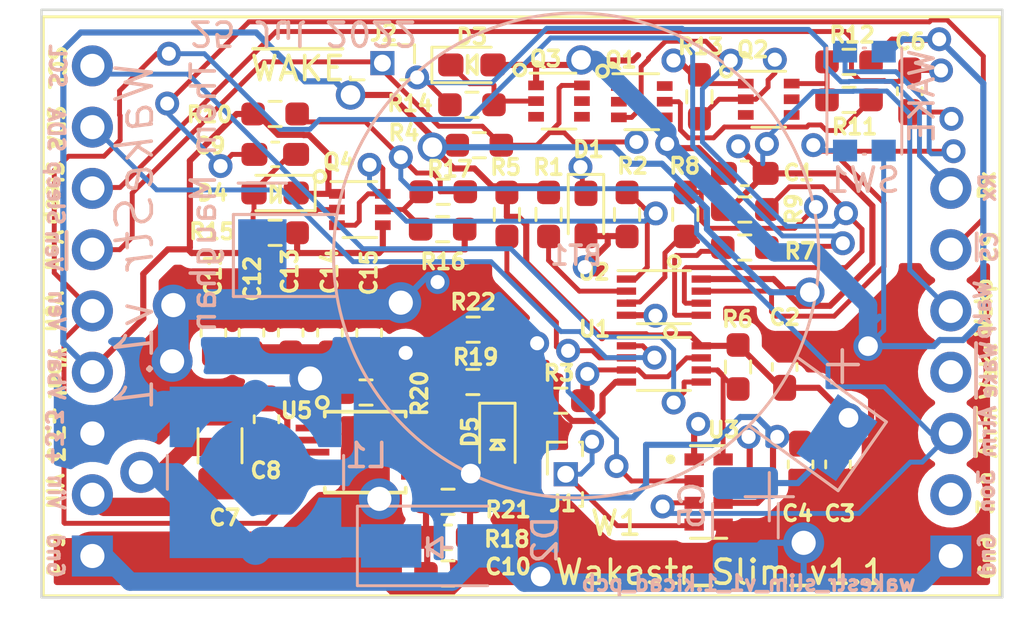
<source format=kicad_pcb>
(kicad_pcb (version 20211014) (generator pcbnew)
  (layers (0 "F.Cu" signal) (1 "In1.Cu" signal) (2 "In2.Cu" signal) (31 "B.Cu" signal) (34 "B.Paste" user) (35 "F.Paste" user) (36 "B.SilkS" user "B.Silkscreen") (37 "F.SilkS" user "F.Silkscreen") (38 "B.Mask" user) (39 "F.Mask" user) (44 "Edge.Cuts" user))
  (net 0 "")
  (net 1 "VCC")
  (net 2 "GND")
  (net 3 "+3V3")
  (net 4 "/~{BRD_WAKE}")
  (net 5 "Net-(R1-Pad1)")
  (net 6 "/VD2_I2C_SDA")
  (net 7 "/VD2_I2C_SCL")
  (net 8 "/~{SLEEP}")
  (net 9 "/~{SPI_CS}")
  (net 10 "/RX1_232")
  (net 11 "/BRD_WAKE_P")
  (net 12 "/CLK_OUT")
  (net 13 "/~{RTC_ALARM}")
  (net 14 "/~{VREG_EN}")
  (net 15 "/VREG_EN")
  (net 16 "/EVENT_CNT")
  (net 17 "/VIN")
  (net 18 "/PWR GOOD")
  (net 19 "/I2C_SDA")
  (net 20 "/I2C_SCL")
  (net 23 "Net-(D3-Pad1)")
  (net 24 "/~{PROC_SLEEP}")
  (net 25 "Net-(C8-Pad1)")
  (net 26 "Net-(C8-Pad2)")
  (net 27 "Net-(C9-Pad2)")
  (net 28 "Net-(C10-Pad2)")
  (net 29 "Net-(Q1-Pad5)")
  (net 30 "Net-(Q2-Pad6)")
  (net 31 "Net-(Q4-Pad5)")
  (net 32 "/+3Vx_ON")
  (net 33 "Net-(R7-Pad2)")
  (net 34 "Net-(R8-Pad2)")
  (net 35 "Net-(R19-Pad2)")
  (net 36 "Net-(C6-Pad2)")
  (net 37 "Net-(D5-Pad1)")
  (footprint "ProjectFootprints:MSOP-10_MSE" (layer "F.Cu") (at 87.5284 121.5136)
    (fp_text reference "U5")
    (fp_text value "LT3991EMS-ADJ")
  )
  (footprint "Diode_SMD:D_0603_1608Metric_Pad1.05x0.95mm_HandSolder" (layer "F.Cu") (at 96.6724 111.6584 -90)
    (fp_text reference "D1")
    (fp_text value "‎B0240R‎")
  )
  (footprint "Diode_SMD:D_0603_1608Metric_Pad1.05x0.95mm_HandSolder" (layer "F.Cu") (at 91.948 105.4608)
    (fp_text reference "D3")
    (fp_text value "‎B0240R‎")
  )
  (footprint "Capacitor_SMD:C_0603_1608Metric_Pad1.08x0.95mm_HandSolder" (layer "F.Cu") (at 86.066053 116.5598 90)
    (fp_text reference "C14")
    (fp_text value "10uF")
  )
  (footprint "Capacitor_SMD:C_0603_1608Metric_Pad1.08x0.95mm_HandSolder" (layer "F.Cu") (at 83.44 120.15 -90)
    (fp_text reference "C8")
    (fp_text value "0.47uF")
  )
  (footprint "Capacitor_SMD:C_0603_1608Metric_Pad1.08x0.95mm_HandSolder" (layer "F.Cu") (at 105.5624 122.0216 -90)
    (fp_text reference "C4")
    (fp_text value "100nF")
  )
  (footprint "Resistor_SMD:R_0603_1608Metric_Pad0.98x0.95mm_HandSolder" (layer "F.Cu") (at 90.9574 126.5428)
    (fp_text reference "R18")
    (fp_text value "562K")
  )
  (footprint "Capacitor_SMD:C_0603_1608Metric_Pad1.08x0.95mm_HandSolder" (layer "F.Cu") (at 104.902 117.983 90)
    (fp_text reference "C2")
    (fp_text value "100nF")
  )
  (footprint "Capacitor_SMD:C_0603_1608Metric_Pad1.08x0.95mm_HandSolder" (layer "F.Cu") (at 83.8012 109.1692)
    (fp_text reference "C9")
    (fp_text value "10uF")
  )
  (footprint "Capacitor_SMD:C_0603_1608Metric_Pad1.08x0.95mm_HandSolder" (layer "F.Cu") (at 107.1118 122.0216 -90)
    (fp_text reference "C3")
    (fp_text value "100nF")
  )
  (footprint "Diode_SMD:D_0603_1608Metric_Pad1.05x0.95mm_HandSolder" (layer "F.Cu") (at 83.7946 110.7694 180)
    (fp_text reference "D4")
    (fp_text value "‎B0240R‎")
  )
  (footprint "Package_TO_SOT_SMD:SOT-363_SC-70-6" (layer "F.Cu") (at 98.9838 106.9848)
    (fp_text reference "Q1")
    (fp_text value "BC846BS")
  )
  (footprint "Capacitor_SMD:C_0603_1608Metric_Pad1.08x0.95mm_HandSolder" (layer "F.Cu") (at 84.440453 116.5598 90)
    (fp_text reference "C13")
    (fp_text value "10uF")
  )
  (footprint "Capacitor_SMD:C_1206_3216Metric_Pad1.33x1.80mm_HandSolder" (layer "F.Cu") (at 81.5134 121.2471 90)
    (fp_text reference "C7")
    (fp_text value "10uF 50v")
  )
  (footprint "Package_SO:VSSOP-8_2.3x2mm_P0.5mm" (layer "F.Cu") (at 99.8982 115.0874)
    (fp_text reference "U2")
    (fp_text value "74AUP1G74")
  )
  (footprint "Resistor_SMD:R_0603_1608Metric_Pad0.98x0.95mm_HandSolder" (layer "F.Cu") (at 87.56 119.04)
    (fp_text reference "R20")
    (fp_text value "100K")
  )
  (footprint "Resistor_SMD:R_0603_1608Metric_Pad0.98x0.95mm_HandSolder" (layer "F.Cu") (at 90.9574 123.571 180)
    (fp_text reference "R21")
    (fp_text value "1M")
  )
  (footprint "Resistor_SMD:R_0603_1608Metric_Pad0.98x0.95mm_HandSolder" (layer "F.Cu") (at 107.569 105.3338)
    (fp_text reference "R12")
    (fp_text value "100K")
  )
  (footprint "Connector_PinSocket_1.27mm:PinSocket_1x01_P1.27mm_Vertical" (layer "F.Cu") (at 88.2396 105.3846)
    (fp_text reference "J2")
    (fp_text value "~{WAKE}")
  )
  (footprint "Resistor_SMD:R_0603_1608Metric_Pad0.98x0.95mm_HandSolder" (layer "F.Cu") (at 91.948 107.1118)
    (fp_text reference "R14")
    (fp_text value "100K")
  )
  (footprint "Resistor_SMD:R_0603_1608Metric_Pad0.98x0.95mm_HandSolder" (layer "F.Cu") (at 102.9716 117.983 90)
    (fp_text reference "R6")
    (fp_text value "100K")
  )
  (footprint "Capacitor_SMD:C_0603_1608Metric_Pad1.08x0.95mm_HandSolder" (layer "F.Cu") (at 90.9574 125.0442 180)
    (fp_text reference "C10")
    (fp_text value "10pF")
  )
  (footprint "Connector_PinSocket_1.27mm:PinSocket_1x01_P1.27mm_Vertical" (layer "F.Cu") (at 95.8342 122.428 90)
    (fp_text reference "J1")
    (fp_text value "EVNT")
  )
  (footprint "Resistor_SMD:R_0603_1608Metric_Pad0.98x0.95mm_HandSolder" (layer "F.Cu") (at 98.3742 111.6584 90)
    (fp_text reference "R2")
    (fp_text value "100K")
  )
  (footprint "Resistor_SMD:R_0603_1608Metric_Pad0.98x0.95mm_HandSolder" (layer "F.Cu") (at 83.7946 107.4928 180)
    (fp_text reference "R10")
    (fp_text value "100K NS")
  )
  (footprint "Resistor_SMD:R_0603_1608Metric_Pad0.98x0.95mm_HandSolder" (layer "F.Cu") (at 93.3958 111.6584 90)
    (fp_text reference "R5")
    (fp_text value "100K")
  )
  (footprint "Resistor_SMD:R_0603_1608Metric_Pad0.98x0.95mm_HandSolder" (layer "F.Cu") (at 95.123 111.6584 90)
    (fp_text reference "R1")
    (fp_text value "100K")
  )
  (footprint "Resistor_SMD:R_0603_1608Metric_Pad0.98x0.95mm_HandSolder" (layer "F.Cu") (at 83.7946 112.4204 180)
    (fp_text reference "R15")
    (fp_text value "100K")
  )
  (footprint "LED_SMD:LED_0603_1608Metric_Pad1.05x0.95mm_HandSolder" (layer "F.Cu") (at 93.0019 121.1455 -90)
    (fp_text reference "D5")
    (fp_text value "GREEN")
  )
  (footprint "ProjectFootprints:IC_RV-3028-C7" (layer "F.Cu") (at 101.7524 123.1646)
    (fp_text reference "U3")
    (fp_text value "RTC-RV-3032")
  )
  (footprint "Capacitor_SMD:C_0603_1608Metric_Pad1.08x0.95mm_HandSolder" (layer "F.Cu") (at 82.814853 116.5598 90)
    (fp_text reference "C12")
    (fp_text value "10uF")
  )
  (footprint "Resistor_SMD:R_0603_1608Metric_Pad0.98x0.95mm_HandSolder" (layer "F.Cu") (at 101.3714 106.7816 -90)
    (fp_text reference "R13")
    (fp_text value "100K")
  )
  (footprint "Package_TO_SOT_SMD:SOT-363_SC-70-6" (layer "F.Cu") (at 87.3064 111.4552)
    (fp_text reference "Q4")
    (fp_text value "BC856BS")
  )
  (footprint "Resistor_SMD:R_0603_1608Metric_Pad0.98x0.95mm_HandSolder" (layer "F.Cu") (at 107.569 106.9086 180)
    (fp_text reference "R11")
    (fp_text value "10K")
  )
  (footprint "Capacitor_SMD:C_0603_1608Metric_Pad1.08x0.95mm_HandSolder" (layer "F.Cu") (at 87.691653 116.5598 90)
    (fp_text reference "C15")
    (fp_text value "10uF")
  )
  (footprint "Resistor_SMD:R_0603_1608Metric_Pad0.98x0.95mm_HandSolder" (layer "F.Cu") (at 90.7354 112.268 180)
    (fp_text reference "R16")
    (fp_text value "100K")
  )
  (footprint "Resistor_SMD:R_0603_1608Metric_Pad0.98x0.95mm_HandSolder" (layer "F.Cu") (at 100.7872 111.6584 -90)
    (fp_text reference "R8")
    (fp_text value "10K")
  )
  (footprint "Resistor_SMD:R_0603_1608Metric_Pad0.98x0.95mm_HandSolder" (layer "F.Cu") (at 103.251 113.03 180)
    (fp_text reference "R7")
    (fp_text value "10K")
  )
  (footprint "Resistor_SMD:R_0603_1608Metric_Pad0.98x0.95mm_HandSolder" (layer "F.Cu") (at 103.251 111.4552 180)
    (fp_text reference "R9")
    (fp_text value "100K")
  )
  (footprint "Package_TO_SOT_SMD:SOT-363_SC-70-6" (layer "F.Cu") (at 95.5548 106.9594)
    (fp_text reference "Q3")
    (fp_text value "BC846BS")
  )
  (footprint "Capacitor_SMD:C_0603_1608Metric_Pad1.08x0.95mm_HandSolder" (layer "F.Cu") (at 110.0836 106.5519 -90)
    (fp_text reference "C6")
    (fp_text value "10uF")
  )
  (footprint "Capacitor_SMD:C_0603_1608Metric_Pad1.08x0.95mm_HandSolder" (layer "F.Cu") (at 103.251 109.9566 180)
    (fp_text reference "C1")
    (fp_text value "100nF")
  )
  (footprint "Resistor_SMD:R_0603_1608Metric_Pad0.98x0.95mm_HandSolder" (layer "F.Cu") (at 95.631 119.38)
    (fp_text reference "R3")
    (fp_text value "1M")
  )
  (footprint "Resistor_SMD:R_0603_1608Metric_Pad0.98x0.95mm_HandSolder" (layer "F.Cu") (at 92.2528 108.7882 180)
    (fp_text reference "R4")
    (fp_text value "100K")
  )
  (footprint "Resistor_SMD:R_0603_1608Metric_Pad0.98x0.95mm_HandSolder" (layer "F.Cu") (at 90.7608 110.7186 180)
    (fp_text reference "R17")
    (fp_text value "10K")
  )
  (footprint "ProjectFootprints:wakestr_slim_v1" (layer "F.Cu") (at 92.9894 115.7859)
    (fp_text reference "W1")
    (fp_text value "Wakestr_Slim_v1.1")
  )
  (footprint "Resistor_SMD:R_0603_1608Metric_Pad0.98x0.95mm_HandSolder" (layer "F.Cu") (at 91.9988 116.4336)
    (fp_text reference "R22")
    (fp_text value "10K")
  )
  (footprint "Resistor_SMD:R_0603_1608Metric_Pad0.98x0.95mm_HandSolder" (layer "F.Cu") (at 91.9859 118.6055 180)
    (fp_text reference "R19")
    (fp_text value "118K")
  )
  (footprint "Package_SO:VSSOP-8_2.3x2mm_P0.5mm" (layer "F.Cu") (at 99.8982 117.856)
    (fp_text reference "U1")
    (fp_text value "NL7WB66USG")
  )
  (footprint "Capacitor_SMD:C_0603_1608Metric_Pad1.08x0.95mm_HandSolder" (layer "F.Cu") (at 81.240053 116.5598 90)
    (fp_text reference "C11")
    (fp_text value "10uF")
  )
  (footprint "Package_TO_SOT_SMD:SOT-363_SC-70-6" (layer "F.Cu") (at 104.2416 106.8832)
    (fp_text reference "Q2")
    (fp_text value "BC856BS")
  )
  (footprint "ProjectFootprints:ML2020_F1AN" (layer "B.Cu") (at 96.266 113.3602 180)
    (fp_text reference "BT1")
    (fp_text value "ML2020_F1AN")
  )
  (footprint "Button_Switch_SMD:SW_Push_1P1T_NO_CK_KMR2" (layer "B.Cu") (at 108.204 106.9594 -90)
    (fp_text reference "SW1")
    (fp_text value "WAKE")
  )
  (footprint "Capacitor_SMD:C_1210_3225Metric_Pad1.33x2.70mm_HandSolder" (layer "B.Cu") (at 103.2764 124.3584 -90)
    (fp_text reference "C5")
    (fp_text value "11mF CPH3225A")
  )
  (footprint "ProjectFootprints:IND_MSS7341-563MLD" (layer "B.Cu") (at 82.9818 122.3518 180)
    (fp_text reference "L1")
    (fp_text value "MSS7341-123MLD")
  )
  (footprint "Diode_SMD:D_SMA" (layer "B.Cu") (at 90.6018 125.3998)
    (fp_text reference "D2")
    (fp_text value "B120-E3")
  )
  (gr_line (start 90.7034 125.4633) (end 91.1098 125.476) (layer "B.SilkS") (width 0.15))
  (gr_line (start 90.7034 125.857) (end 90.0684 125.4506) (layer "B.SilkS") (width 0.15))
  (gr_line (start 90.7034 125.0696) (end 90.7034 125.857) (layer "B.SilkS") (width 0.15))
  (gr_line (start 90.1192 125.0696) (end 90.1192 125.8062) (layer "B.SilkS") (width 0.15))
  (gr_line (start 107.2896 117.2718) (end 107.2896 118.618) (layer "B.SilkS") (width 0.15))
  (gr_line (start 106.68 117.8814) (end 107.95 117.8814) (layer "B.SilkS") (width 0.15))
  (gr_line (start 90.1192 125.4379) (end 90.7034 125.0696) (layer "B.SilkS") (width 0.15))
  (gr_circle (center 93.9292 105.664) (end 94.0816 105.8418) (layer "F.SilkS") (width 0.15) (fill none))
  (gr_circle (center 102.489 105.7148) (end 102.6414 105.8926) (layer "F.SilkS") (width 0.15) (fill none))
  (gr_line (start 83.9978 110.3884) (end 83.9978 111.1504) (layer "F.SilkS") (width 0.15))
  (gr_line (start 93.2688 121.3866) (end 93.0148 121.031) (layer "F.SilkS") (width 0.15))
  (gr_line (start 92.1512 105.8418) (end 91.7956 105.4608) (layer "F.SilkS") (width 0.15))
  (gr_line (start 83.6422 111.1504) (end 83.9724 110.7694) (layer "F.SilkS") (width 0.15))
  (gr_line (start 83.9978 110.7694) (end 83.6422 110.3884) (layer "F.SilkS") (width 0.15))
  (gr_circle (center 85.7504 119.4562) (end 85.9028 119.634) (layer "F.SilkS") (width 0.15) (fill none))
  (gr_circle (center 100.33 113.6142) (end 100.4824 113.792) (layer "F.SilkS") (width 0.15) (fill none))
  (gr_circle (center 100.1776 116.5352) (end 100.33 116.713) (layer "F.SilkS") (width 0.15) (fill none))
  (gr_line (start 83.6422 110.3884) (end 83.6422 111.1504) (layer "F.SilkS") (width 0.15))
  (gr_circle (center 97.3582 105.7148) (end 97.5106 105.8926) (layer "F.SilkS") (width 0.15) (fill none))
  (gr_line (start 92.1512 105.0544) (end 92.1512 105.8418) (layer "F.SilkS") (width 0.15))
  (gr_line (start 92.7354 121.3866) (end 93.2688 121.3866) (layer "F.SilkS") (width 0.15))
  (gr_line (start 92.7608 121.031) (end 93.2688 121.031) (layer "F.SilkS") (width 0.15))
  (gr_line (start 91.7702 105.0798) (end 91.7702 105.791) (layer "F.SilkS") (width 0.15))
  (gr_line (start 93.0148 121.031) (end 92.7354 121.3866) (layer "F.SilkS") (width 0.15))
  (gr_circle (center 85.6488 110.0836) (end 85.8012 110.2614) (layer "F.SilkS") (width 0.15) (fill none))
  (gr_line (start 91.7702 105.4354) (end 92.1512 105.0544) (layer "F.SilkS") (width 0.15))
  (gr_rect (start 74.1172 127.5334) (end 113.919 103.1748) (layer "Edge.Cuts") (width 0.1) (fill none))
  (gr_text "Gnd" (at 113.284 125.7554 90) (layer "B.SilkS") (effects (font (size 0.64 0.64)) (justify mirror)))
  (gr_text "Ven" (at 74.7522 115.6462 270) (layer "B.SilkS") (effects (font (size 0.64 0.64)) (justify mirror)))
  (gr_text "wakestr_slim_v1_1.kicad_pcb" (at 103.4034 126.9492) (layer "B.SilkS") (effects (font (size 0.64 0.64)) (justify mirror)))
  (gr_text "WakeStr v1.1" (at 77.978 112.522 90) (layer "B.SilkS") (effects (font (size 1.5 1.5) (thickness 0.15) italic) (justify mirror)))
  (gr_text "SCL" (at 74.7776 105.5116 270) (layer "B.SilkS") (effects (font (size 0.64 0.64)) (justify mirror)))
  (gr_text "Thom Maughan" (at 80.8228 110.9472 90) (layer "B.SilkS") (effects (font (size 1 1)) (justify mirror)))
  (gr_text "Gnd" (at 74.7014 125.8062 270) (layer "B.SilkS") (effects (font (size 0.64 0.64)) (justify mirror)))
  (gr_text "~{CS}" (at 113.3856 113.0046 90) (layer "B.SilkS") (effects (font (size 0.64 0.64)) (justify mirror)))
  (gr_text "Rx" (at 113.3094 110.5408 90) (layer "B.SilkS") (effects (font (size 0.64 0.64)) (justify mirror)))
  (gr_text "Sleep" (at 74.7014 110.7694 270) (layer "B.SilkS") (effects (font (size 0.64 0.64)) (justify mirror)))
  (gr_text "~{Ven}" (at 74.6252 113.157 270) (layer "B.SilkS") (effects (font (size 0.64 0.64)) (justify mirror)))
  (gr_text "3on" (at 113.2586 123.1392 90) (layer "B.SilkS") (effects (font (size 0.64 0.64)) (justify mirror)))
  (gr_text "~{Wake}" (at 113.3602 118.11 90) (layer "B.SilkS") (effects (font (size 0.64 0.64)) (justify mirror)))
  (gr_text "25 Jul 2022" (at 84.963 104.14 180) (layer "B.SilkS") (effects (font (size 1 1)) (justify mirror)))
  (gr_text "Vbat" (at 74.7268 118.2878 270) (layer "B.SilkS") (effects (font (size 0.64 0.64)) (justify mirror)))
  (gr_text "~{Alrm}" (at 113.3094 120.6754 90) (layer "B.SilkS") (effects (font (size 0.64 0.64)) (justify mirror)))
  (gr_text "+3.3" (at 74.6252 120.904 270) (layer "B.SilkS") (effects (font (size 0.64 0.64)) (justify mirror)))
  (gr_text "Wakp" (at 113.1062 115.6208 90) (layer "B.SilkS") (effects (font (size 0.64 0.64)) (justify mirror)))
  (gr_text "SDA" (at 74.7268 108.1532 270) (layer "B.SilkS") (effects (font (size 0.64 0.64)) (justify mirror)))
  (gr_text "Vin" (at 74.7268 123.1646 270) (layer "B.SilkS") (effects (font (size 0.64 0.64)) (justify mirror)))
  (gr_text "~{Ven}" (at 74.6252 113.157 270) (layer "F.SilkS") (effects (font (size 0.64 0.64))))
  (gr_text "~{Wake}" (at 113.3602 118.1354 90) (layer "F.SilkS") (effects (font (size 0.64 0.64))))
  (gr_text "~{CS}" (at 113.3856 113.0046 90) (layer "F.SilkS") (effects (font (size 0.64 0.64))))
  (gr_text "SCL" (at 74.7522 105.5624 270) (layer "F.SilkS") (effects (font (size 0.64 0.64))))
  (gr_text "+3.3" (at 74.7014 120.777 -90) (layer "F.SilkS") (effects (font (size 0.64 0.64))))
  (gr_text "Ven" (at 74.6252 115.697 -90) (layer "F.SilkS") (effects (font (size 0.64 0.64))))
  (gr_text "Vbat" (at 74.7522 118.237 270) (layer "F.SilkS") (effects (font (size 0.64 0.64))))
  (gr_text "Gnd" (at 113.3094 125.8824 90) (layer "F.SilkS") (effects (font (size 0.64 0.64))))
  (gr_text "Wakp" (at 113.157 115.5192 90) (layer "F.SilkS") (effects (font (size 0.64 0.64))))
  (gr_text "Rx\n" (at 113.284 110.4646 90) (layer "F.SilkS") (effects (font (size 0.64 0.64))))
  (gr_text "Gnd" (at 74.676 125.7554 -90) (layer "F.SilkS") (effects (font (size 0.64 0.64))))
  (gr_text "3on\n" (at 113.2332 123.19 90) (layer "F.SilkS") (effects (font (size 0.64 0.64))))
  (gr_text "SDA" (at 74.7014 108.0516 270) (layer "F.SilkS") (effects (font (size 0.64 0.64))))
  (gr_text "Vin" (at 74.6506 123.1392 -90) (layer "F.SilkS") (effects (font (size 0.64 0.64))))
  (gr_text "Sleep" (at 74.6506 110.7694 270) (layer "F.SilkS") (effects (font (size 0.64 0.64))))
  (gr_text "~{Alrm}" (at 113.3602 120.6754 90) (layer "F.SilkS") (effects (font (size 0.64 0.64))))
  (segment (start 86.0194 110.8052) (end 84.7054 110.8052) (width 0.254) (layer "F.Cu") (net 1))
  (segment (start 94.869 110.4919) (end 95.123 110.7459) (width 0.254) (layer "F.Cu") (net 1))
  (segment (start 82.8821 107.4928) (end 83.058 107.4928) (width 0.254) (layer "F.Cu") (net 1))
  (segment (start 93.3958 110.7459) (end 93.6498 110.4919) (width 0.254) (layer "F.Cu") (net 1))
  (segment (start 107.011587 121.058887) (end 107.1118 121.1591) (width 0.254) (layer "F.Cu") (net 1))
  (segment (start 90.311239 108.872043) (end 91.192596 109.7534) (width 0.254) (layer "F.Cu") (net 1))
  (segment (start 99.891497 116.677891) (end 99.939899 116.629489) (width 0.254) (layer "F.Cu") (net 1))
  (segment (start 90.311239 108.872043) (end 90.311239 108.446839) (width 0.254) (layer "F.Cu") (net 1))
  (segment (start 101.3714 105.8691) (end 101.7355 106.2332) (width 0.2032) (layer "F.Cu") (net 1))
  (segment (start 108.537266 113.687334) (end 108.537266 111.305866) (width 0.254) (layer "F.Cu") (net 1))
  (segment (start 105.550356 115.44668) (end 106.77792 115.44668) (width 0.254) (layer "F.Cu") (net 1))
  (segment (start 99.162283 116.629489) (end 99.210685 116.677891) (width 0.254) (layer "F.Cu") (net 1))
  (segment (start 84.6696 110.7694) (end 84.4127 110.7694) (width 0.254) (layer "F.Cu") (net 1))
  (segment (start 106.77792 115.44668) (end 108.537266 113.687334) (width 0.254) (layer "F.Cu") (net 1))
  (segment (start 83.9216 108.3564) (end 84.965246 108.3564) (width 0.254) (layer "F.Cu") (net 1))
  (segment (start 101.3714 105.8691) (end 101.0939 105.8691) (width 0.254) (layer "F.Cu") (net 1))
  (segment (start 93.1418 110.4919) (end 93.3958 110.7459) (width 0.254) (layer "F.Cu") (net 1))
  (segment (start 85.197324 108.36768) (end 86.0044 109.174756) (width 0.254) (layer "F.Cu") (net 1))
  (segment (start 90.311239 108.446839) (end 88.5698 106.7054) (width 0.254) (layer "F.Cu") (net 1))
  (segment (start 86.0044 109.174756) (end 86.0044 110.7902) (width 0.254) (layer "F.Cu") (net 1))
  (segment (start 101.4482 117.106) (end 102.9361 117.106) (width 0.254) (layer "F.Cu") (net 1))
  (segment (start 100.2956 105.0888) (end 100.2956 105.27528) (width 0.254) (layer "F.Cu") (net 1))
  (segment (start 86.0044 110.7902) (end 86.0194 110.8052) (width 0.254) (layer "F.Cu") (net 1))
  (segment (start 82.8821 107.4928) (end 82.201 107.4928) (width 0.254) (layer "F.Cu") (net 1))
  (segment (start 84.7852 113.2586) (end 80.3402 113.2586) (width 0.254) (layer "F.Cu") (net 1))
  (segment (start 94.19732 112.087276) (end 94.19732 113.65372) (width 0.254) (layer "F.Cu") (net 1))
  (segment (start 106.303913 118.8455) (end 104.902 118.8455) (width 0.254) (layer "F.Cu") (net 1))
  (segment (start 79.3496 113.1062) (end 80.1878 113.1062) (width 0.254) (layer "F.Cu") (net 1))
  (segment (start 76.2254 118.1989) (end 76.2254 118.0846) (width 0.254) (layer "F.Cu") (net 1))
  (segment (start 91.6479 112.268) (end 91.6479 113.0813) (width 0.254) (layer "F.Cu") (net 1))
  (segment (start 84.965246 108.3564) (end 84.976526 108.36768) (width 0.254) (layer "F.Cu") (net 1))
  (segment (start 104.441076 114.3374) (end 104.944938 114.841262) (width 0.254) (layer "F.Cu") (net 1))
  (segment (start 97.492511 116.629489) (end 99.162283 116.629489) (width 0.254) (layer "F.Cu") (net 1))
  (segment (start 102.9716 108.8644) (end 102.979166 108.856834) (width 0.254) (layer "F.Cu") (net 1))
  (segment (start 99.939899 116.629489) (end 100.971689 116.629489) (width 0.254) (layer "F.Cu") (net 1))
  (segment (start 101.4482 114.3374) (end 104.441076 114.3374) (width 0.254) (layer "F.Cu") (net 1))
  (segment (start 107.188 109.9566) (end 104.1135 109.9566) (width 0.254) (layer "F.Cu") (net 1))
  (segment (start 101.1524 120.5134) (end 101.1524 121.8146) (width 0.254) (layer "F.Cu") (net 1))
  (segment (start 102.979166 108.856834) (end 102.979166 108.833268) (width 0.254) (layer "F.Cu") (net 1))
  (segment (start 93.3958 111.75688) (end 93.866924 111.75688) (width 0.254) (layer "F.Cu") (net 1))
  (segment (start 107.5473 120.088887) (end 107.011587 120.6246) (width 0.254) (layer "F.Cu") (net 1))
  (segment (start 105.021138 114.765062) (end 104.944938 114.841262) (width 0.254) (layer "F.Cu") (net 1))
  (segment (start 105.9434 114.8842) (end 105.824262 114.765062) (width 0.254) (layer "F.Cu") (net 1))
  (segment (start 83.058 107.4928) (end 83.9216 108.3564) (width 0.254) (layer "F.Cu") (net 1))
  (segment (start 107.5473 120.088887) (end 106.303913 118.8455) (width 0.254) (layer "F.Cu") (net 1))
  (segment (start 97.3328 116.7892) (end 97.492511 116.629489) (width 0.254) (layer "F.Cu") (net 1))
  (segment (start 80.3402 113.2586) (end 80.1878 113.1062) (width 0.254) (layer "F.Cu") (net 1))
  (segment (start 82.201 107.4928) (end 80.264 109.4298) (width 0.254) (layer "F.Cu") (net 1))
  (segment (start 92.0496 109.7534) (end 92.7881 110.4919) (width 0.254) (layer "F.Cu") (net 1))
  (segment (start 88.098 113.2586) (end 84.7852 113.2586) (width 0.254) (layer "F.Cu") (net 1))
  (segment (start 104.902 118.8455) (end 104.7466 118.8455) (width 0.254) (layer "F.Cu") (net 1))
  (segment (start 99.210685 116.677891) (end 99.891497 116.677891) (width 0.254) (layer "F.Cu") (net 1))
  (segment (start 76.2254 118.0846) (end 78.3336 115.9764) (width 0.254) (layer "F.Cu") (net 1))
  (segment (start 101.7355 106.2332) (end 103.2916 106.2332) (width 0.2032) (layer "F.Cu") (net 1))
  (segment (start 84.976526 108.36768) (end 85.197324 108.36768) (width 0.254) (layer "F.Cu") (net 1))
  (segment (start 101.0939 105.8691) (end 100.3046 105.0798) (width 0.254) (layer "F.Cu") (net 1))
  (segment (start 93.866924 111.75688) (end 94.19732 112.087276) (width 0.254) (layer "F.Cu") (net 1))
  (segment (start 88.2564 113.1002) (end 88.2516 113.105) (width 0.254) (layer "F.Cu") (net 1))
  (segment (start 78.3336 115.9764) (end 78.3336 114.1222) (width 0.254) (layer "F.Cu") (net 1))
  (segment (start 80.264 109.4298) (end 80.264 113.03) (width 0.254) (layer "F.Cu") (net 1))
  (segment (start 88.2564 112.1052) (end 88.2564 113.1002) (width 0.254) (layer "F.Cu") (net 1))
  (segment (start 94.19732 113.65372) (end 97.3328 116.7892) (width 0.254) (layer "F.Cu") (net 1))
  (segment (start 100.971689 116.629489) (end 101.4482 117.106) (width 0.254) (layer "F.Cu") (net 1))
  (segment (start 107.011587 120.6246) (end 107.011587 121.058887) (width 0.254) (layer "F.Cu") (net 1))
  (segment (start 100.3046 105.0798) (end 100.2956 105.0888) (width 0.254) (layer "F.Cu") (net 1))
  (segment (start 80.264 113.03) (end 80.1878 113.1062) (width 0.254) (layer "F.Cu") (net 1))
  (segment (start 102.6149 111.4552) (end 104.1135 109.9566) (width 0.254) (layer "F.Cu") (net 1))
  (segment (start 84.7054 110.8052) (end 84.6696 110.7694) (width 0.254) (layer "F.Cu") (net 1))
  (segment (start 84.7071 113.1805) (end 84.7852 113.2586) (width 0.254) (layer "F.Cu") (net 1))
  (segment (start 86.3564 110.8052) (end 86.0194 110.8052) (width 0.254) (layer "F.Cu") (net 1))
  (segment (start 91.192596 109.7534) (end 92.0496 109.7534) (width 0.254) (layer "F.Cu") (net 1))
  (segment (start 102.3385 111.4552) (end 102.6149 111.4552) (width 0.254) (layer "F.Cu") (net 1))
  (segment (start 105.824262 114.765062) (end 105.021138 114.765062) (width 0.254) (layer "F.Cu") (net 1))
  (segment (start 101.3206 120.3452) (end 101.1524 120.5134) (width 0.254) (layer "F.Cu") (net 1))
  (segment (start 88.5698 106.7054) (end 86.9188 106.7054) (width 0.254) (layer "F.Cu") (net 1))
  (segment (start 104.7466 118.8455) (end 102.9716 117.0705) (width 0.254) (layer "F.Cu") (net 1))
  (segment (start 88.2516 113.105) (end 88.098 113.2586) (width 0.254) (layer "F.Cu") (net 1))
  (segment (start 78.3336 114.1222) (end 79.3496 113.1062) (width 0.254) (layer "F.Cu") (net 1))
  (segment (start 92.7881 110.4919) (end 93.1418 110.4919) (width 0.254) (layer "F.Cu") (net 1))
  (segment (start 104.0638 109.9566) (end 102.9716 108.8644) (width 0.254) (layer "F.Cu") (net 1))
  (segment (start 84.7071 112.4204) (end 84.7071 113.1805) (width 0.254) (layer "F.Cu") (net 1))
  (segment (start 93.6498 110.4919) (end 94.869 110.4919) (width 0.254) (layer "F.Cu") (net 1))
  (segment (start 91.6716 113.105) (end 88.2516 113.105) (width 0.254) (layer "F.Cu") (net 1))
  (segment (start 104.944938 114.841262) (end 105.550356 115.44668) (width 0.254) (layer "F.Cu") (net 1))
  (segment (start 104.1135 109.9566) (end 104.0638 109.9566) (width 0.254) (layer "F.Cu") (net 1))
  (segment (start 108.537266 111.305866) (end 107.188 109.9566) (width 0.254) (layer "F.Cu") (net 1))
  (segment (start 91.6479 113.0813) (end 91.6716 113.105) (width 0.254) (layer "F.Cu") (net 1))
  (segment (start 93.3958 110.7459) (end 93.3958 111.75688) (width 0.254) (layer "F.Cu") (net 1))
  (segment (start 102.9361 117.106) (end 102.9716 117.0705) (width 0.254) (layer "F.Cu") (net 1))
  (via (at 90.311239 108.872043) (size 1.2192) (drill 0.8128) (layers "F.Cu" "B.Cu") (net 1))
  (via (at 102.979166 108.833268) (size 0.9906) (drill 0.5842) (layers "F.Cu" "B.Cu") (net 1))
  (via (at 105.9434 114.8842) (size 1.2192) (drill 0.8128) (layers "F.Cu" "B.Cu") (net 1))
  (via (at 107.5473 120.088887) (size 1.2192) (drill 0.8128) (layers "F.Cu" "B.Cu") (net 1))
  (via (at 86.9188 106.7054) (size 1.2192) (drill 0.8128) (layers "F.Cu" "B.Cu") (net 1))
  (via (at 100.2956 105.27528) (size 0.9906) (drill 0.5842) (layers "F.Cu" "B.Cu") (net 1))
  (via (at 101.3206 120.3452) (size 0.9906) (drill 0.5842) (layers "F.Cu" "B.Cu") (net 1))
  (segment (start 97.817856 108.872043) (end 90.311239 108.872043) (width 0.254) (layer "B.Cu") (net 1))
  (segment (start 107.5473 120.088887) (end 107.066 120.570187) (width 0.254) (layer "B.Cu") (net 1))
  (segment (start 85.0342 106.1404) (end 83.0084 104.1146) (width 0.254) (layer "B.Cu") (net 1))
  (segment (start 76.1365 118.11) (end 76.2 118.11) (width 0.254) (layer "B.Cu") (net 1))
  (segment (start 75.7428 104.1146) (end 75.023489 104.833911) (width 0.254) (layer "B.Cu") (net 1))
  (segment (start 101.682998 112.262506) (end 101.682998 111.421182) (width 0.254) (layer "B.Cu") (net 1))
  (segment (start 75.023489 104.833911) (end 75.023489 116.996989) (width 0.254) (layer "B.Cu") (net 1))
  (segment (start 101.682998 111.421182) (end 99.817921 109.556105) (width 0.254) (layer "B.Cu") (net 1))
  (segment (start 83.0084 104.1146) (end 75.7428 104.1146) (width 0.254) (layer "B.Cu") (net 1))
  (segment (start 85.0342 106.1404) (end 86.2776 106.1404) (width 0.254) (layer "B.Cu") (net 1))
  (segment (start 107.5473 120.6971) (end 105.4485 122.7959) (width 0.254) (layer "B.Cu") (net 1))
  (segment (start 105.9434 114.8842) (end 104.304692 114.8842) (width 0.254) (layer "B.Cu") (net 1))
  (segment (start 98.501918 109.556105) (end 97.817856 108.872043) (width 0.254) (layer "B.Cu") (net 1))
  (segment (start 86.8172 106.6038) (end 86.9188 106.7054) (width 0.254) (layer "B.Cu") (net 1))
  (segment (start 75.023489 116.996989) (end 76.1365 118.11) (width 0.254) (layer "B.Cu") (net 1))
  (segment (start 104.304692 114.8842) (end 101.682998 112.262506) (width 0.254) (layer "B.Cu") (net 1))
  (segment (start 99.817921 109.556105) (end 98.501918 109.556105) (width 0.254) (layer "B.Cu") (net 1))
  (segment (start 86.741 106.6038) (end 86.8172 106.6038) (width 0.254) (layer "B.Cu") (net 1))
  (segment (start 105.4485 122.7959) (end 103.2764 122.7959) (width 0.254) (layer "B.Cu") (net 1))
  (segment (start 107.960787 120.088887) (end 107.5473 120.088887) (width 0.254) (layer "B.Cu") (net 1))
  (segment (start 86.2776 106.1404) (end 86.741 106.6038) (width 0.254) (layer "B.Cu") (net 1))
  (segment (start 107.5473 120.088887) (end 107.5473 120.6971) (width 0.254) (layer "B.Cu") (net 1))
  (segment (start 107.066 120.570187) (end 107.066 120.9102) (width 0.254) (layer "B.Cu") (net 1))
  (segment (start 97.35752 119.15208) (end 97.9036 118.606) (width 0.254) (layer "F.Cu") (net 2))
  (segment (start 79.5782 115.4176) (end 79.7174 115.2784) (width 0.762) (layer "F.Cu") (net 2))
  (segment (start 94.05742 124.615814) (end 94.05742 120.241844) (width 0.762) (layer "F.Cu") (net 2))
  (segment (start 109.35068 104.41572) (end 108.4815 105.2849) (width 0.254) (layer "F.Cu") (net 2))
  (segment (start 82.814853 115.6973) (end 81.240053 115.6973) (width 0.508) (layer "F.Cu") (net 2))
  (segment (start 95.0376 119.159244) (end 96.096556 120.2182) (width 0.254) (layer "F.Cu") (net 2))
  (segment (start 99.551092 115.856091) (end 99.532401 115.8374) (width 0.254) (layer "F.Cu") (net 2))
  (segment (start 94.6048 105.4964) (end 94.6404 105.4608) (width 0.254) (layer "F.Cu") (net 2))
  (segment (start 91.0863 116.4336) (end 91.7194 116.4336) (width 0.254) (layer "F.Cu") (net 2))
  (segment (start 94.05742 120.241844) (end 94.7185 119.580764) (width 0.762) (layer "F.Cu") (net 2))
  (segment (start 96.4692 105.2539) (end 96.888122 105.2539) (width 0.254) (layer "F.Cu") (net 2))
  (segment (start 108.4834 117.9576) (end 108.4834 122.2502) (width 0.254) (layer "F.Cu") (net 2))
  (segment (start 95.424386 124.615814) (end 94.05742 124.615814) (width 0.254) (layer "F.Cu") (net 2))
  (segment (start 101.34274 108.91084) (end 102.3885 109.9566) (width 0.254) (layer "F.Cu") (net 2))
  (segment (start 87.63405 124.71845) (end 87.63405 123.928848) (width 0.2032) (layer "F.Cu") (net 2))
  (segment (start 97.35752 119.851124) (end 97.35752 119.15208) (width 0.254) (layer "F.Cu") (net 2))
  (segment (start 105.5624 122.8841) (end 105.5889 122.9106) (width 0.254) (layer "F.Cu") (net 2))
  (segment (start 104.902 117.1205) (end 107.6463 117.1205) (width 0.254) (layer "F.Cu") (net 2))
  (segment (start 94.7185 119.580764) (end 94.7185 119.38) (width 0.762) (layer "F.Cu") (net 2))
  (segment (start 92.823 105.4608) (end 94.6404 105.4608) (width 0.254) (layer "F.Cu") (net 2))
  (segment (start 96.6216 113.8428) (end 97.5728 112.8916) (width 0.254) (layer "F.Cu") (net 2))
  (segment (start 87.5284 124.8241) (end 87.5284 121.5136) (width 2.032) (layer "F.Cu") (net 2))
  (segment (start 105.6894 125.2728) (end 105.3846 125.2728) (width 0.254) (layer "F.Cu") (net 2))
  (segment (start 96.888122 105.2539) (end 96.909111 105.274889) (width 0.254) (layer "F.Cu") (net 2))
  (segment (start 105.5624 123.698) (end 105.5624 122.8841) (width 0.254) (layer "F.Cu") (net 2))
  (segment (start 111.28108 104.41572) (end 109.35068 104.41572) (width 0.254) (layer "F.Cu") (net 2))
  (segment (start 91.7194 116.4336) (end 92.1004 116.8146) (width 0.254) (layer "F.Cu") (net 2))
  (segment (start 94.6404 105.4608) (end 96.2623 105.4608) (width 0.254) (layer "F.Cu") (net 2))
  (segment (start 89.3064 115.6208) (end 89.0016 115.316) (width 0.254) (layer "F.Cu") (net 2))
  (segment (start 80.8476 119.6846) (end 81.5134 119.6846) (width 0.762) (layer "F.Cu") (net 2))
  (segment (start 79.7174 115.2784) (end 88.964 115.2784) (width 0.762) (layer "F.Cu") (net 2))
  (segment (start 88.1126 123.450298) (end 87.5284 122.866098) (width 0.2032) (layer "F.Cu") (net 2))
  (segment (start 104.7458 124.5146) (end 105.5624 123.698) (width 0.254) (layer "F.Cu") (net 2))
  (segment (start 93.091 126.4666) (end 93.091 125.582234) (width 0.762) (layer "F.Cu") (net 2))
  (segment (start 79.5274 118.3644) (end 80.8476 119.6846) (width 0.762) (layer "F.Cu") (net 2))
  (segment (start 76.2 125.73) (end 86.6225 125.73) (width 1.27) (layer "F.Cu") (net 2))
  (segment (start 95.4278 124.6124) (end 95.424386 124.615814) (width 0.254) (layer "F.Cu") (net 2))
  (segment (start 95.0376 117.8202) (end 94.0336 117.8202) (width 0.254) (layer "F.Cu") (net 2))
  (segment (start 99.9338 108.632003) (end 99.9338 107.6348) (width 0.254) (layer "F.Cu") (net 2))
  (segment (start 100.036091 108.734294) (end 99.9338 108.632003) (width 0.254) (layer "F.Cu") (net 2))
  (segment (start 97.5728 112.8916) (end 97.5728 112.5588) (width 0.254) (layer "F.Cu") (net 2))
  (segment (start 108.4815 105.2849) (end 108.4815 105.3338) (width 0.254) (layer "F.Cu") (net 2))
  (segment (start 95.0376 118.3548) (end 95.0376 119.159244) (width 0.254) (layer "F.Cu") (net 2))
  (segment (start 79.5274 117.7473) (end 79.5274 118.3644) (width 0.762) (layer "F.Cu") (net 2))
  (segment (start 96.6978 112.5588) (end 97.5728 112.5588) (width 0.254) (layer "F.Cu") (net 2))
  (segment (start 94.6048 106.3094) (end 94.6048 105.4964) (width 0.254) (layer "F.Cu") (net 2))
  (segment (start 92.8984 118.146) (end 92.8984 118.6055) (width 0.254) (layer "F.Cu") (net 2))
  (segment (start 105.3846 125.2728) (end 104.6264 124.5146) (width 0.254) (layer "F.Cu") (net 2))
  (segment (start 93.091 126.4666) (end 93.0148 126.5428) (width 0.254) (layer "F.Cu") (net 2))
  (segment (start 94.0336 117.8202) (end 93.8276 117.6142) (width 0.254) (layer "F.Cu") (net 2))
  (segment (start 87.5284 122.866098) (end 87.5284 121.5136) (width 0.2032) (layer "F.Cu") (net 2))
  (segment (start 88.964 115.2784) (end 89.0016 115.316) (width 0.762) (layer "F.Cu") (net 2))
  (segment (start 95.0376 117.8202) (end 95.0376 118.3548) (width 0.254) (layer "F.Cu") (net 2))
  (segment (start 93.8276 115.7224) (end 93.726 115.6208) (width 0.254) (layer "F.Cu") (net 2))
  (segment (start 93.091 125.582234) (end 94.05742 124.615814) (width 0.762) (layer "F.Cu") (net 2))
  (segment (start 93.8276 117.6142) (end 93.8276 115.7224) (width 0.254) (layer "F.Cu") (net 2))
  (segment (start 100.036091 108.734294) (end 100.212637 108.91084) (width 0.254) (layer "F.Cu") (net 2))
  (segment (start 91.8699 126.5955) (end 91.12108 127.34432) (width 0.254) (layer "F.Cu") (net 2))
  (segment (start 96.990444 120.2182) (end 97.35752 119.851124) (width 0.254) (layer "F.Cu") (net 2))
  (segment (start 86.5336 125.8189) (end 76.2254 125.8189) (width 2.032) (layer "F.Cu") (net 2))
  (segment (start 107.6463 117.1205) (end 108.4834 117.9576) (width 0.254) (layer "F.Cu") (net 2))
  (segment (start 97.9036 118.606) (end 98.3482 118.606) (width 0.254) (layer "F.Cu") (net 2))
  (segment (start 95.0376 118.3548) (end 95.0376 119.0609) (width 0.254) (layer "F.Cu") (net 2))
  (segment (start 94.7928 126.6698) (end 94.5896 126.4666) (width 0.762) (layer "F.Cu") (net 2))
  (segment (start 96.909111 105.274889) (end 98.610911 105.274889) (width 0.254) (layer "F.Cu") (net 2))
  (segment (start 107.8495 122.8841) (end 107.1118 122.8841) (width 0.254) (layer "F.Cu") (net 2))
  (segment (start 92.1004 116.8146) (end 92.1004 117.348) (width 0.254) (layer "F.Cu") (net 2))
  (segment (start 108.4834 122.2502) (end 107.8495 122.8841) (width 0.254) (layer "F.Cu") (net 2))
  (segment (start 86.6225 125.73) (end 86.5336 125.8189) (width 2.032) (layer "F.Cu") (net 2))
  (segment (start 96.6724 112.5334) (end 96.6978 112.5588) (width 0.254) (layer "F.Cu") (net 2))
  (segment (start 105.5889 122.9106) (end 107.0853 122.9106) (width 0.254) (layer "F.Cu") (net 2))
  (segment (start 86.066053 115.6973) (end 87.691653 115.6973) (width 0.508) (layer "F.Cu") (net 2))
  (segment (start 108.3553 117.1205) (end 104.902 117.1205) (width 0.254) (layer "F.Cu") (net 2))
  (segment (start 87.63405 126.31823) (end 87.63405 124.71845) (width 0.254) (layer "F.Cu") (net 2))
  (segment (start 84.440453 115.6973) (end 86.066053 115.6973) (width 0.508) (layer "F.Cu") (net 2))
  (segment (start 92.1004 117.348) (end 92.8984 118.146) (width 0.254) (layer "F.Cu") (net 2))
  (segment (start 99.532401 115.8374) (end 98.3482 115.8374) (width 0.254) (layer "F.Cu") (net 2))
  (segment (start 107.0853 122.9106) (end 107.1118 122.8841) (width 0.254) (layer "F.Cu") (net 2))
  (segment (start 95.0376 119.0609) (end 94.7185 119.38) (width 0.254) (layer "F.Cu") (net 2))
  (segment (start 93.726 115.6208) (end 89.3064 115.6208) (width 0.254) (layer "F.Cu") (net 2))
  (segment (start 91.12108 127.34432) (end 88.66014 127.34432) (width 0.254) (layer "F.Cu") (net 2))
  (segment (start 82.814853 115.6973) (end 84.440453 115.6973) (width 0.508) (layer "F.Cu") (net 2))
  (segment (start 98.3621 112.5588) (end 98.3742 112.5709) (width 0.254) (layer "F.Cu") (net 2))
  (segment (start 88.66014 127.34432) (end 87.63405 126.31823) (width 0.254) (layer "F.Cu") (net 2))
  (segment (start 96.2623 105.4608) (end 96.4692 105.2539) (width 0.254) (layer "F.Cu") (net 2))
  (segment (start 102.3524 124.5146) (end 104.0346 124.5146) (width 0.254) (layer "F.Cu") (net 2))
  (segment (start 87.63405 123.928848) (end 88.1126 123.450298) (width 0.2032) (layer "F.Cu") (net 2))
  (segment (start 96.096556 120.2182) (end 96.990444 120.2182) (width 0.254) (layer "F.Cu") (net 2))
  (segment (start 104.6264 124.5146) (end 104.0346 124.5146) (width 0.254) (layer "F.Cu") (net 2))
  (segment (start 94.5896 126.4666) (end 93.091 126.4666) (width 0.762) (layer "F.Cu") (net 2))
  (segment (start 100.036091 108.734294) (end 100.036091 108.840551) (width 0.254) (layer "F.Cu") (net 2))
  (segment (start 97.5728 112.5588) (end 98.3621 112.5588) (width 0.254) (layer "F.Cu") (net 2))
  (segment (start 91.8699 126.5428) (end 91.8699 126.5955) (width 0.254) (layer "F.Cu") (net 2))
  (segment (start 89.9687 115.316) (end 91.0863 116.4336) (width 0.254) (layer "F.Cu") (net 2))
  (segment (start 93.0148 126.5428) (end 91.8699 126.5428) (width 0.254) (layer "F.Cu") (net 2))
  (segment (start 98.610911 105.274889) (end 98.8314 105.0544) (width 0.254) (layer "F.Cu") (net 2))
  (segment (start 108.3564 117.1194) (end 108.3553 117.1205) (width 0.254) (layer "F.Cu") (net 2))
  (segment (start 100.212637 108.91084) (end 101.34274 108.91084) (width 0.254) (layer "F.Cu") (net 2))
  (segment (start 104.0346 124.5146) (end 104.7458 124.5146) (width 0.254) (layer "F.Cu") (net 2))
  (segment (start 89.0016 115.316) (end 89.9687 115.316) (width 0.254) (layer "F.Cu") (net 2))
  (segment (start 111.3028 104.394) (end 111.28108 104.41572) (width 0.254) (layer "F.Cu") (net 2))
  (segment (start 86.6225 125.73) (end 87.5284 124.8241) (width 2.032) (layer "F.Cu") (net 2))
  (via (at 99.551092 115.856091) (size 0.9906) (drill 0.5842) (layers "F.Cu" "B.Cu") (net 2))
  (via (at 111.3028 104.394) (size 0.9906) (drill 0.5842) (layers "F.Cu" "B.Cu") (net 2))
  (via (at 88.1126 123.450298) (size 1.7) (drill 1) (layers "F.Cu" "B.Cu") (net 2))
  (via (at 94.7928 126.6698) (size 1.2192) (drill 0.8128) (layers "F.Cu" "B.Cu") (net 2))
  (via (at 89.0016 115.316) (size 1.7) (drill 1) (layers "F.Cu" "B.Cu") (net 2))
  (via (at 108.3564 117.1194) (size 1.2192) (drill 0.8128) (layers "F.Cu" "B.Cu") (net 2))
  (via (at 79.5782 115.4176) (size 1.7) (drill 1) (layers "F.Cu" "B.Cu") (net 2))
  (via (at 79.5274 117.7473) (size 1.7) (drill 1) (layers "F.Cu" "B.Cu") (net 2))
  (via (at 105.6894 125.2728) (size 1.7) (drill 1) (layers "F.Cu" "B.Cu") (net 2))
  (via (at 96.4692 105.2539) (size 1.2192) (drill 0.8128) (layers "F.Cu" "B.Cu") (net 2))
  (via (at 96.6216 113.8428) (size 0.9906) (drill 0.5842) (layers "F.Cu" "B.Cu") (net 2))
  (via (at 90.5256 114.4614) (size 0.9906) (drill 0.5842) (layers "F.Cu" "B.Cu") (net 2))
  (via (at 100.036091 108.734294) (size 0.9906) (drill 0.5842) (layers "F.Cu" "B.Cu") (net 2))
  (segment (start 83.266 115.0668) (end 83.5889 115.3897) (width 0.254) (layer "B.Cu") (net 2))
  (segment (start 103.9245 125.2728) (end 103.2764 125.9209) (width 0.254) (layer "B.Cu") (net 2))
  (segment (start 79.6061 115.3897) (end 83.5889 115.3897) (width 1.27) (layer "B.Cu") (net 2))
  (segment (start 90.5256 114.4614) (end 90.2372 114.173) (width 0.254) (layer "B.Cu") (net 2))
  (segment (start 108.8342 115.8954) (end 108.3564 116.3732) (width 0.254) (layer "B.Cu") (net 2))
  (segment (start 77.792111 126.880311) (end 91.121289 126.880311) (width 0.762) (layer "B.Cu") (net 2))
  (segment (start 110.5662 126.9238) (end 111.7854 125.7046) (width 0.762) (layer "B.Cu") (net 2))
  (segment (start 111.3028 104.394) (end 109.800186 104.394) (width 0.254) (layer "B.Cu") (net 2))
  (segment (start 90.1446 114.173) (end 89.0016 115.316) (width 0.254) (layer "B.Cu") (net 2))
  (segment (start 92.6018 125.3998) (end 94.1258 126.9238) (width 0.762) (layer "B.Cu") (net 2))
  (segment (start 103.505 126.9238) (end 105.6386 126.9238) (width 0.762) (layer "B.Cu") (net 2))
  (segment (start 97.064473 105.2539) (end 96.4692 105.2539) (width 0.762) (layer "B.Cu") (net 2))
  (segment (start 104.4956 113.2332) (end 100.036091 108.773691) (width 0.762) (layer "B.Cu") (net 2))
  (segment (start 100.036091 108.773691) (end 100.036091 108.734294) (width 0.762) (layer "B.Cu") (net 2))
  (segment (start 76.5556 125.6438) (end 77.792111 126.880311) (width 0.762) (layer "B.Cu") (net 2))
  (segment (start 109.284786 104.9094) (end 109.004 104.9094) (width 0.254) (layer "B.Cu") (net 2))
  (segment (start 83.5889 115.3897) (end 88.9279 115.3897) (width 1.27) (layer "B.Cu") (net 2))
  (segment (start 103.2764 126.6952) (end 103.505 126.9238) (width 0.254) (layer "B.Cu") (net 2))
  (segment (start 79.5782 115.4176) (end 79.5782 117.6965) (width 1.27) (layer "B.Cu") (net 2))
  (segment (start 94.1258 126.9238) (end 103.505 126.9238) (width 0.762) (layer "B.Cu") (net 2))
  (segment (start 106.172 113.2332) (end 104.4956 113.2332) (width 0.762) (layer "B.Cu") (net 2))
  (segment (start 112.2934 116.8654) (end 113.1316 116.0272) (width 0.254) (layer "B.Cu") (net 2))
  (segment (start 108.3564 117.1194) (end 108.3564 115.4176) (width 0.762) (layer "B.Cu") (net 2))
  (segment (start 100.036091 108.734294) (end 100.036091 108.225518) (width 0.762) (layer "B.Cu") (net 2))
  (segment (start 109.004 116.4718) (end 109.004 109.0094) (width 0.2032) (layer "B.Cu") (net 2))
  (segment (start 105.6386 126.9238) (end 110.5662 126.9238) (width 0.762) (layer "B.Cu") (net 2))
  (segment (start 91.121289 126.880311) (end 92.6018 125.3998) (width 0.762) (layer "B.Cu") (net 2))
  (segment (start 113.1316 116.0272) (end 113.1316 106.2228) (width 0.254) (layer "B.Cu") (net 2))
  (segment (start 108.3564 117.1194) (end 109.004 116.4718) (width 0.2032) (layer "B.Cu") (net 2))
  (segment (start 105.6894 125.2728) (end 105.6894 126.873) (width 0.254) (layer "B.Cu") (net 2))
  (segment (start 103.2764 125.9209) (end 103.2764 126.6952) (width 0.254) (layer "B.Cu") (net 2))
  (segment (start 100.036091 108.225518) (end 97.064473 105.2539) (width 0.762) (layer "B.Cu") (net 2))
  (segment (start 108.3564 117.1194) (end 111.074061 117.1194) (width 0.254) (layer "B.Cu") (net 2))
  (segment (start 113.1316 106.2228) (end 111.3028 104.394) (width 0.254) (layer "B.Cu") (net 2))
  (segment (start 111.074061 117.1194) (end 111.328061 116.8654) (width 0.254) (layer "B.Cu") (net 2))
  (segment (start 105.6894 125.2728) (end 103.9245 125.2728) (width 0.254) (layer "B.Cu") (net 2))
  (segment (start 105.6894 126.873) (end 105.6386 126.9238) (width 0.254) (layer "B.Cu") (net 2))
  (segment (start 111.328061 116.8654) (end 112.2934 116.8654) (width 0.254) (layer "B.Cu") (net 2))
  (segment (start 90.2372 114.173) (end 90.1446 114.173) (width 0.254) (layer "B.Cu") (net 2))
  (segment (start 108.3564 115.4176) (end 106.172 113.2332) (width 0.762) (layer "B.Cu") (net 2))
  (segment (start 83.266 113.3602) (end 83.266 115.0668) (width 0.254) (layer "B.Cu") (net 2))
  (segment (start 108.3564 116.3732) (end 108.3564 117.1194) (width 0.254) (layer "B.Cu") (net 2))
  (segment (start 79.5782 117.6965) (end 79.5274 117.7473) (width 1.27) (layer "B.Cu") (net 2))
  (segment (start 79.5782 115.4176) (end 79.6061 115.3897) (width 1.27) (layer "B.Cu") (net 2))
  (segment (start 109.800186 104.394) (end 109.284786 104.9094) (width 0.254) (layer "B.Cu") (net 2))
  (segment (start 88.9279 115.3897) (end 89.0016 115.316) (width 1.27) (layer "B.Cu") (net 2))
  (segment (start 89.2048 117.3988) (end 87.715153 117.3988) (width 0.254) (layer "F.Cu") (net 3))
  (segment (start 85.36 119.91) (end 85.36 118.58) (width 0.635) (layer "F.Cu") (net 3))
  (segment (start 91.8699 124.9942) (end 91.8199 125.0442) (width 0.254) (layer "F.Cu") (net 3))
  (segment (start 104.5972 120.8786) (end 104.4194 121.0564) (width 0.254) (layer "F.Cu") (net 3))
  (segment (start 105.2819 120.8786) (end 105.5624 121.1591) (width 0.254) (layer "F.Cu") (net 3))
  (segment (start 86.6475 119.04) (end 86.23 119.04) (width 0.254) (layer "F.Cu") (net 3))
  (segment (start 104.4194 122.9614) (end 103.7662 123.6146) (width 0.254) (layer "F.Cu") (net 3))
  (segment (start 91.8699 122.4299) (end 91.8699 123.571) (width 0.254) (layer "F.Cu") (net 3))
  (segment (start 85.36 118.58) (end 85.24 118.46) (width 0.635) (layer "F.Cu") (net 3))
  (segment (start 81.240053 117.4223) (end 87.691653 117.4223) (width 0.762) (layer "F.Cu") (net 3))
  (segment (start 103.7662 123.6146) (end 102.3524 123.6146) (width 0.254) (layer "F.Cu") (net 3))
  (segment (start 91.8699 123.571) (end 91.8699 124.9942) (width 0.254) (layer "F.Cu") (net 3))
  (segment (start 86.23 119.04) (end 85.36 119.91) (width 0.254) (layer "F.Cu") (net 3))
  (segment (start 87.691653 117.4223) (end 86.066053 117.4223) (width 0.381) (layer "F.Cu") (net 3))
  (segment (start 84.440453 117.4223) (end 82.814853 117.4223) (width 0.381) (layer "F.Cu") (net 3))
  (segment (start 85.3765 119.9265) (end 85.36 119.91) (width 0.635) (layer "F.Cu") (net 3))
  (segment (start 91.8972 122.4026) (end 92.6198 122.4026) (width 0.254) (layer "F.Cu") (net 3))
  (segment (start 82.814853 117.4223) (end 81.240053 117.4223) (width 0.508) (layer "F.Cu") (net 3))
  (segment (start 87.715153 117.3988) (end 87.691653 117.4223) (width 0.254) (layer "F.Cu") (net 3))
  (segment (start 86.066053 117.4223) (end 84.440453 117.4223) (width 0.381) (layer "F.Cu") (net 3))
  (segment (start 92.6198 122.4026) (end 93.0019 122.0205) (width 0.254) (layer "F.Cu") (net 3))
  (segment (start 85.3765 120.50654) (end 85.3765 119.9265) (width 0.254) (layer "F.Cu") (net 3))
  (segment (start 104.5972 120.8786) (end 105.2819 120.8786) (width 0.254) (layer "F.Cu") (net 3))
  (segment (start 91.8972 122.4026) (end 91.8699 122.4299) (width 0.254) (layer "F.Cu") (net 3))
  (segment (start 92.62692 122.39548) (end 93.0019 122.0205) (width 0.2032) (layer "F.Cu") (net 3))
  (segment (start 104.4194 121.0564) (end 104.4194 122.9614) (width 0.254) (layer "F.Cu") (net 3))
  (via (at 94.6494 116.9984) (size 0.9906) (drill 0.5842) (layers "F.Cu" "B.Cu") (net 3))
  (via (at 91.8972 122.4026) (size 1.2192) (drill 0.8128) (layers "F.Cu" "B.Cu") (net 3))
  (via (at 89.2048 117.3988) (size 0.9906) (drill 0.5842) (layers "F.Cu" "B.Cu") (net 3))
  (via (at 104.5972 120.8786) (size 0.9906) (drill 0.5842) (layers "F.Cu" "B.Cu") (net 3))
  (via (at 85.24 118.46) (size 1.7) (drill 1) (layers "F.Cu" "B.Cu") (net 3))
  (segment (start 104.5972 120.8786) (end 104.267 121.2088) (width 0.254) (layer "B.Cu") (net 3))
  (segment (start 92.684018 123.3932) (end 92.684018 123.189418) (width 0.254) (layer "B.Cu") (net 3))
  (segment (start 92.4814 121.8184) (end 91.8972 122.4026) (width 0.254) (layer "B.Cu") (net 3))
  (segment (start 101.91468 121.2088) (end 99.1616 121.2088) (width 0.254) (layer "B.Cu") (net 3))
  (segment (start 104.267 121.2088) (end 104.228908 121.2088) (width 0.254) (layer "B.Cu") (net 3))
  (segment (start 104.228908 120.538194) (end 103.747503 120.056789) (width 0.254) (layer "B.Cu") (net 3))
  (segment (start 89.3826 117.3988) (end 89.2048 117.3988) (width 0.254) (layer "B.Cu") (net 3))
  (segment (start 85.24 118.46) (end 88.1436 118.46) (width 1.27) (layer "B.Cu") (net 3))
  (segment (start 91.8972 122.4026) (end 91.8972 120.0912) (width 1.27) (layer "B.Cu") (net 3))
  (segment (start 103.066691 120.056789) (end 101.91468 121.2088) (width 0.254) (layer "B.Cu") (net 3))
  (segment (start 99.1616 121.2088) (end 99.1616 122.8598) (width 0.254) (layer "B.Cu") (net 3))
  (segment (start 88.1436 118.46) (end 89.2048 117.3988) (width 1.27) (layer "B.Cu") (net 3))
  (segment (start 76.8758 120.2436) (end 78.5368 120.2436) (width 1.27) (layer "B.Cu") (net 3))
  (segment (start 92.4814 119.924132) (end 91.907932 119.924132) (width 0.254) (layer "B.Cu") (net 3))
  (segment (start 92.684018 123.189418) (end 91.8972 122.4026) (width 0.254) (layer "B.Cu") (net 3))
  (segment (start 94.6494 117.756132) (end 92.4814 119.924132) (width 0.254) (layer "B.Cu") (net 3))
  (segment (start 94.6494 116.9984) (end 94.6494 117.756132) (width 0.254) (layer "B.Cu") (net 3))
  (segment (start 91.907932 119.924132) (end 89.3826 117.3988) (width 0.254) (layer "B.Cu") (net 3))
  (segment (start 99.1616 122.8598) (end 98.6282 123.3932) (width 0.254) (layer "B.Cu") (net 3))
  (segment (start 104.228908 121.2088) (end 104.228908 120.538194) (width 0.254) (layer "B.Cu") (net 3))
  (segment (start 82.525 119.6086) (end 82.9818 119.1518) (width 1.27) (layer "B.Cu") (net 3))
  (segment (start 92.4814 119.924132) (end 92.4814 121.8184) (width 0.254) (layer "B.Cu") (net 3))
  (segment (start 98.6282 123.3932) (end 92.684018 123.3932) (width 0.254) (layer "B.Cu") (net 3))
  (segment (start 91.8972 120.0912) (end 89.2048 117.3988) (width 1.27) (layer "B.Cu") (net 3))
  (segment (start 76.5556 120.5638) (end 76.8758 120.2436) (width 1.27) (layer "B.Cu") (net 3))
  (segment (start 78.5368 120.2436) (end 79.1718 119.6086) (width 1.27) (layer "B.Cu") (net 3))
  (segment (start 103.747503 120.056789) (end 103.066691 120.056789) (width 0.254) (layer "B.Cu") (net 3))
  (segment (start 79.1718 119.6086) (end 82.525 119.6086) (width 1.27) (layer "B.Cu") (net 3))
  (segment (start 88.2396 105.3846) (end 88.2396 105.664) (width 0.2032) (layer "F.Cu") (net 4))
  (segment (start 77.3557 113.1189) (end 76.2889 113.1189) (width 0.2032) (layer "F.Cu") (net 4))
  (segment (start 92.3779 108.0008) (end 93.1653 108.7882) (width 0.2032) (layer "F.Cu") (net 4))
  (segment (start 109.0168 111.179946) (end 107.107842 109.270988) (width 0.2032) (layer "F.Cu") (net 4))
  (segment (start 94.6404 108.7882) (end 95.1611 108.2675) (width 0.2032) (layer "F.Cu") (net 4))
  (segment (start 96.157357 108.654157) (end 98.762187 108.654157) (width 0.2032) (layer "F.Cu") (net 4))
  (segment (start 90.5764 108.0008) (end 92.3779 108.0008) (width 0.2032) (layer "F.Cu") (net 4))
  (segment (start 77.8764 112.5982) (end 77.3557 113.1189) (width 0.2032) (layer "F.Cu") (net 4))
  (segment (start 107.107842 109.270988) (end 107.107842 109.038242) (width 0.2032) (layer "F.Cu") (net 4))
  (segment (start 88.2396 105.664) (end 90.5764 108.0008) (width 0.2032) (layer "F.Cu") (net 4))
  (segment (start 95.6714 106.3094) (end 96.5048 106.3094) (width 0.2032) (layer "F.Cu") (net 4))
  (segment (start 106.088598 108.795402) (end 105.8418 109.0422) (width 0.2032) (layer "F.Cu") (net 4))
  (segment (start 104.359111 114.860889) (end 104.335622 114.8374) (width 0.2032) (layer "F.Cu") (net 4))
  (segment (start 95.7707 108.2675) (end 95.7834 108.2802) (width 0.2032) (layer "F.Cu") (net 4))
  (segment (start 95.5548 106.426) (end 95.6714 106.3094) (width 0.2032) (layer "F.Cu") (net 4))
  (segment (start 109.0168 113.813254) (end 106.955254 115.8748) (width 0.2032) (layer "F.Cu") (net 4))
  (segment (start 106.088598 108.783226) (end 106.088598 108.795402) (width 0.2032) (layer "F.Cu") (net 4))
  (segment (start 106.088598 108.783226) (end 106.343614 109.038242) (width 0.2032) (layer "F.Cu") (net 4))
  (segment (start 95.1611 108.2675) (end 95.7707 108.2675) (width 0.2032) (layer "F.Cu") (net 4))
  (segment (start 107.107842 109.038242) (end 111.898476 109.038242) (width 0.2032) (layer "F.Cu") (net 4))
  (segment (start 77.8764 110.7694) (end 77.8764 112.5982) (width 0.2032) (layer "F.Cu") (net 4))
  (segment (start 95.5548 107.8738) (end 95.5548 106.426) (width 0.2032) (layer "F.Cu") (net 4))
  (segment (start 104.335622 114.8374) (end 101.4482 114.8374) (width 0.2032) (layer "F.Cu") (net 4))
  (segment (start 104.5464 115.8748) (end 104.359111 115.687511) (width 0.2032) (layer "F.Cu") (net 4))
  (segment (start 95.1611 108.2675) (end 95.5548 107.8738) (width 0.2032) (layer "F.Cu") (net 4))
  (segment (start 93.1653 108.7882) (end 94.6404 108.7882) (width 0.2032) (layer "F.Cu") (net 4))
  (segment (start 88.2396 105.3846) (end 88.1888 105.3338) (width 0.2032) (layer "F.Cu") (net 4))
  (segment (start 106.372972 109.0676) (end 106.088598 108.783226) (width 0.2032) (layer "F.Cu") (net 4))
  (segment (start 83.312 105.3338) (end 77.8764 110.7694) (width 0.2032) (layer "F.Cu") (net 4))
  (segment (start 95.7834 108.2802) (end 96.157357 108.654157) (width 0.2032) (layer "F.Cu") (net 4))
  (segment (start 88.1888 105.3338) (end 83.312 105.3338) (width 0.2032) (layer "F.Cu") (net 4))
  (segment (start 106.343614 109.038242) (end 107.107842 109.038242) (width 0.2032) (layer "F.Cu") (net 4))
  (segment (start 106.955254 115.8748) (end 104.5464 115.8748) (width 0.2032) (layer "F.Cu") (net 4))
  (segment (start 93.1653 108.7882) (end 93.3939 109.0168) (width 0.2032) (layer "F.Cu") (net 4))
  (segment (start 109.0168 111.179946) (end 109.0168 113.813254) (width 0.2032) (layer "F.Cu") (net 4))
  (segment (start 104.359111 115.687511) (end 104.359111 114.860889) (width 0.2032) (layer "F.Cu") (net 4))
  (via (at 106.088598 108.783226) (size 0.9906) (drill 0.5842) (layers "F.Cu" "B.Cu") (net 4))
  (via (at 111.898476 109.038242) (size 0.9906) (drill 0.5842) (layers "F.Cu" "B.Cu") (net 4))
  (via (at 98.762187 108.654157) (size 0.9906) (drill 0.5842) (layers "F.Cu" "B.Cu") (net 4))
  (segment (start 110.983332 109.1438) (end 110.88904 109.049508) (width 0.2032) (layer "B.Cu") (net 4))
  (segment (start 109.510132 105.7402) (end 107.4168 105.7402) (width 0.2032) (layer "B.Cu") (net 4))
  (segment (start 110.88904 107.119108) (end 109.510132 105.7402) (width 0.2032) (layer "B.Cu") (net 4))
  (segment (start 107.4168 105.7402) (end 107.404 105.753) (width 0.2032) (layer "B.Cu") (net 4))
  (segment (start 106.314772 109.0094) (end 106.088598 108.783226) (width 0.2032) (layer "B.Cu") (net 4))
  (segment (start 110.88904 109.049508) (end 110.88904 107.119108) (width 0.2032) (layer "B.Cu") (net 4))
  (segment (start 107.404 105.753) (end 107.404 104.9094) (width 0.2032) (layer "B.Cu") (net 4))
  (segment (start 111.898476 109.038242) (end 111.792918 109.1438) (width 0.2032) (layer "B.Cu") (net 4))
  (segment (start 111.792918 109.1438) (end 110.983332 109.1438) (width 0.2032) (layer "B.Cu") (net 4))
  (segment (start 107.404 109.0094) (end 106.314772 109.0094) (width 0.2032) (layer "B.Cu") (net 4))
  (segment (start 96.397 114.8374) (end 98.3482 114.8374) (width 0.2032) (layer "F.Cu") (net 5))
  (segment (start 95.123 113.5634) (end 96.397 114.8374) (width 0.2032) (layer "F.Cu") (net 5))
  (segment (start 95.123 112.5709) (end 95.123 113.5634) (width 0.2032) (layer "F.Cu") (net 5))
  (segment (start 95.768011 117.1448) (end 95.445811 117.1448) (width 0.2032) (layer "F.Cu") (net 6))
  (segment (start 95.445811 116.121411) (end 93.3958 114.0714) (width 0.2032) (layer "F.Cu") (net 6))
  (segment (start 95.9328 117.309589) (end 95.768011 117.1448) (width 0.2032) (layer "F.Cu") (net 6))
  (segment (start 98.3482 117.606) (end 97.2352 117.606) (width 0.2032) (layer "F.Cu") (net 6))
  (segment (start 98.55568 122.7074) (end 101.1452 122.7074) (width 0.2032) (layer "F.Cu") (net 6))
  (segment (start 93.3958 114.0714) (end 93.3958 112.5709) (width 0.2032) (layer "F.Cu") (net 6))
  (segment (start 95.445811 117.1448) (end 95.445811 116.121411) (width 0.2032) (layer "F.Cu") (net 6))
  (segment (start 97.93708 122.0888) (end 98.55568 122.7074) (width 0.2032) (layer "F.Cu") (net 6))
  (segment (start 101.1452 122.7074) (end 101.1524 122.7146) (width 0.2032) (layer "F.Cu") (net 6))
  (segment (start 97.2352 117.606) (end 96.938789 117.309589) (width 0.2032) (layer "F.Cu") (net 6))
  (segment (start 96.938789 117.309589) (end 95.9328 117.309589) (width 0.2032) (layer "F.Cu") (net 6))
  (via (at 95.9328 117.309589) (size 0.9906) (drill 0.5842) (layers "F.Cu" "B.Cu") (net 6))
  (via (at 97.93708 122.0888) (size 0.9906) (drill 0.5842) (layers "F.Cu" "B.Cu") (net 6))
  (segment (start 95.9328 118.996) (end 97.222189 120.285389) (width 0.2032) (layer "B.Cu") (net 6))
  (segment (start 95.9328 117.309589) (end 95.9328 118.996) (width 0.2032) (layer "B.Cu") (net 6))
  (segment (start 97.222189 120.285389) (end 97.256285 120.285389) (width 0.2032) (layer "B.Cu") (net 6))
  (segment (start 97.93708 120.966184) (end 97.93708 122.0888) (width 0.2032) (layer "B.Cu") (net 6))
  (segment (start 97.256285 120.285389) (end 97.93708 120.966184) (width 0.2032) (layer "B.Cu") (net 6))
  (segment (start 102.1294 118.1568) (end 102.8681 118.8955) (width 0.2032) (layer "F.Cu") (net 7))
  (segment (start 102.8681 118.8955) (end 102.9716 118.8955) (width 0.2032) (layer "F.Cu") (net 7))
  (segment (start 102.3524 121.8146) (end 102.3524 118.329) (width 0.2032) (layer "F.Cu") (net 7))
  (segment (start 102.1294 118.106) (end 102.1294 118.1568) (width 0.2032) (layer "F.Cu") (net 7))
  (segment (start 102.3524 118.329) (end 102.1294 118.106) (width 0.2032) (layer "F.Cu") (net 7))
  (segment (start 101.4482 118.106) (end 102.1294 118.106) (width 0.2032) (layer "F.Cu") (net 7))
  (segment (start 98.0338 107.6348) (end 98.562 107.6348) (width 0.2032) (layer "F.Cu") (net 8))
  (segment (start 98.9584 107.2384) (end 98.9584 105.532854) (width 0.2032) (layer "F.Cu") (net 8))
  (segment (start 107.442 111.6076) (end 107.442 111.470264) (width 0.2032) (layer "F.Cu") (net 8))
  (segment (start 102.4382 105.283) (end 102.6668 105.283) (width 0.2032) (layer "F.Cu") (net 8))
  (segment (start 108.109146 113.182409) (end 107.430666 113.860889) (width 0.2032) (layer "F.Cu") (net 8))
  (segment (start 99.25952 105.231734) (end 99.25952 105.18508) (width 0.2032) (layer "F.Cu") (net 8))
  (segment (start 99.965731 104.478869) (end 101.634069 104.478869) (width 0.2032) (layer "F.Cu") (net 8))
  (segment (start 100.819911 113.860889) (end 100.747089 113.933711) (width 0.2032) (layer "F.Cu") (net 8))
  (segment (start 100.747089 113.933711) (end 100.747089 115.279911) (width 0.2032) (layer "F.Cu") (net 8))
  (segment (start 107.442 111.6076) (end 108.109146 112.274746) (width 0.2032) (layer "F.Cu") (net 8))
  (segment (start 100.747089 115.279911) (end 100.804578 115.3374) (width 0.2032) (layer "F.Cu") (net 8))
  (segment (start 106.483456 110.51172) (end 105.10698 110.51172) (width 0.2032) (layer "F.Cu") (net 8))
  (segment (start 107.430666 113.860889) (end 100.819911 113.860889) (width 0.2032) (layer "F.Cu") (net 8))
  (segment (start 100.804578 115.3374) (end 101.4482 115.3374) (width 0.2032) (layer "F.Cu") (net 8))
  (segment (start 98.9584 105.532854) (end 99.25952 105.231734) (width 0.2032) (layer "F.Cu") (net 8))
  (segment (start 99.25952 105.18508) (end 99.965731 104.478869) (width 0.2032) (layer "F.Cu") (net 8))
  (segment (start 105.10698 110.51172) (end 104.1635 111.4552) (width 0.2032) (layer "F.Cu") (net 8))
  (segment (start 108.109146 112.274746) (end 108.109146 113.182409) (width 0.2032) (layer "F.Cu") (net 8))
  (segment (start 98.562 107.6348) (end 98.9584 107.2384) (width 0.2032) (layer "F.Cu") (net 8))
  (segment (start 107.442 111.470264) (end 106.483456 110.51172) (width 0.2032) (layer "F.Cu") (net 8))
  (segment (start 101.634069 104.478869) (end 102.4382 105.283) (width 0.2032) (layer "F.Cu") (net 8))
  (via (at 102.6668 105.283) (size 0.9906) (drill 0.5842) (layers "F.Cu" "B.Cu") (net 8))
  (via (at 107.442 111.6076) (size 0.9906) (drill 0.5842) (layers "F.Cu" "B.Cu") (net 8))
  (segment (start 101.49472 106.45508) (end 102.6668 105.283) (width 0.2032) (layer "B.Cu") (net 8))
  (segment (start 107.442 111.6076) (end 106.90124 112.14836) (width 0.2032) (layer "B.Cu") (net 8))
  (segment (start 106.90124 112.14836) (end 104.98556 112.14836) (width 0.2032) (layer "B.Cu") (net 8))
  (segment (start 101.49472 108.65752) (end 101.49472 106.45508) (width 0.2032) (layer "B.Cu") (net 8))
  (segment (start 104.98556 112.14836) (end 101.49472 108.65752) (width 0.2032) (layer "B.Cu") (net 8))
  (segment (start 82.711771 103.673429) (end 79.3242 107.061) (width 0.2032) (layer "F.Cu") (net 9))
  (segment (start 110.972915 103.597589) (end 110.897075 103.673429) (width 0.2032) (layer "F.Cu") (net 9))
  (segment (start 110.897075 103.673429) (end 82.711771 103.673429) (width 0.2032) (layer "F.Cu") (net 9))
  (segment (start 82.0166 109.1692) (end 81.534 109.6518) (width 0.2032) (layer "F.Cu") (net 9))
  (segment (start 113.1316 105.096504) (end 111.632685 103.597589) (width 0.2032) (layer "F.Cu") (net 9))
  (segment (start 82.9387 109.1692) (end 82.0166 109.1692) (width 0.2032) (layer "F.Cu") (net 9))
  (segment (start 111.9378 113.03) (end 113.1316 111.8362) (width 0.2032) (layer "F.Cu") (net 9))
  (segment (start 113.1316 111.8362) (end 113.1316 105.096504) (width 0.2032) (layer "F.Cu") (net 9))
  (segment (start 111.632685 103.597589) (end 110.972915 103.597589) (width 0.2032) (layer "F.Cu") (net 9))
  (segment (start 111.76 113.03) (end 111.9378 113.03) (width 0.2032) (layer "F.Cu") (net 9))
  (via (at 81.534 109.6518) (size 0.9906) (drill 0.5842) (layers "F.Cu" "B.Cu") (net 9))
  (via (at 79.3242 107.061) (size 0.9906) (drill 0.5842) (layers "F.Cu" "B.Cu") (net 9))
  (segment (start 79.3242 107.061) (end 79.3242 107.442) (width 0.2032) (layer "B.Cu") (net 9))
  (segment (start 79.3242 107.442) (end 81.534 109.6518) (width 0.2032) (layer "B.Cu") (net 9))
  (segment (start 89.90086 105.97716) (end 91.0355 107.1118) (width 0.2032) (layer "F.Cu") (net 10))
  (segment (start 89.67904 105.97716) (end 89.90086 105.97716) (width 0.2032) (layer "F.Cu") (net 10))
  (via (at 89.67904 105.97716) (size 0.9906) (drill 0.5842) (layers "F.Cu" "B.Cu") (net 10))
  (segment (start 106.602889 105.521421) (end 107.237188 106.15572) (width 0.2032) (layer "B.Cu") (net 10))
  (segment (start 92.7862 106.1974) (end 95.043131 103.940469) (width 0.2032) (layer "B.Cu") (net 10))
  (segment (start 107.237188 106.15572) (end 107.570812 106.15572) (width 0.2032) (layer "B.Cu") (net 10))
  (segment (start 100.703748 103.9876) (end 105.8926 103.9876) (width 0.2032) (layer "B.Cu") (net 10))
  (segment (start 89.67904 105.97716) (end 89.89928 106.1974) (width 0.2032) (layer "B.Cu") (net 10))
  (segment (start 107.570812 106.15572) (end 107.583612 106.14292) (width 0.2032) (layer "B.Cu") (net 10))
  (segment (start 110.48632 109.21632) (end 111.76 110.49) (width 0.2032) (layer "B.Cu") (net 10))
  (segment (start 110.48632 107.28592) (end 110.48632 109.21632) (width 0.2032) (layer "B.Cu") (net 10))
  (segment (start 95.043131 103.940469) (end 100.656617 103.940469) (width 0.2032) (layer "B.Cu") (net 10))
  (segment (start 106.602889 104.697889) (end 106.602889 105.521421) (width 0.2032) (layer "B.Cu") (net 10))
  (segment (start 105.8926 103.9876) (end 106.602889 104.697889) (width 0.2032) (layer "B.Cu") (net 10))
  (segment (start 100.656617 103.940469) (end 100.703748 103.9876) (width 0.2032) (layer "B.Cu") (net 10))
  (segment (start 89.89928 106.1974) (end 92.7862 106.1974) (width 0.2032) (layer "B.Cu") (net 10))
  (segment (start 109.34332 106.14292) (end 110.48632 107.28592) (width 0.2032) (layer "B.Cu") (net 10))
  (segment (start 107.583612 106.14292) (end 109.34332 106.14292) (width 0.2032) (layer "B.Cu") (net 10))
  (segment (start 99.56366 111.6166) (end 99.2124 111.96786) (width 0.2032) (layer "F.Cu") (net 11))
  (segment (start 87.1136 112.1052) (end 86.3564 112.1052) (width 0.2032) (layer "F.Cu") (net 11))
  (segment (start 87.7062 109.601) (end 88.0954 109.601) (width 0.2032) (layer "F.Cu") (net 11))
  (segment (start 87.6516 110.8052) (end 87.281 111.1758) (width 0.2032) (layer "F.Cu") (net 11))
  (segment (start 99.305357 111.6166) (end 98.434657 110.7459) (width 0.2032) (layer "F.Cu") (net 11))
  (segment (start 87.281 111.1758) (end 87.281 111.9378) (width 0.2032) (layer "F.Cu") (net 11))
  (segment (start 88.0954 109.601) (end 88.2564 109.762) (width 0.2032) (layer "F.Cu") (net 11))
  (segment (start 99.2124 113.8428) (end 98.7178 114.3374) (width 0.2032) (layer "F.Cu") (net 11))
  (segment (start 88.2564 110.8052) (end 87.6516 110.8052) (width 0.2032) (layer "F.Cu") (net 11))
  (segment (start 99.2124 111.96786) (end 99.2124 113.8428) (width 0.2032) (layer "F.Cu") (net 11))
  (segment (start 98.7178 114.3374) (end 98.3482 114.3374) (width 0.2032) (layer "F.Cu") (net 11))
  (segment (start 87.281 111.9378) (end 87.1136 112.1052) (width 0.2032) (layer "F.Cu") (net 11))
  (segment (start 99.56366 111.6166) (end 99.305357 111.6166) (width 0.2032) (layer "F.Cu") (net 11))
  (segment (start 98.434657 110.7459) (end 98.3742 110.7459) (width 0.2032) (layer "F.Cu") (net 11))
  (segment (start 88.2564 109.762) (end 88.2564 110.8052) (width 0.2032) (layer "F.Cu") (net 11))
  (via (at 87.7062 109.601) (size 0.9906) (drill 0.5842) (layers "F.Cu" "B.Cu") (net 11))
  (via (at 104.1654 108.7374) (size 0.9906) (drill 0.5842) (layers "F.Cu" "B.Cu") (net 11))
  (via (at 99.56366 111.6166) (size 0.9906) (drill 0.5842) (layers "F.Cu" "B.Cu") (net 11))
  (segment (start 99.432 111.6166) (end 99.1108 111.9378) (width 0.2032) (layer "B.Cu") (net 11))
  (segment (start 107.737624 106.55844) (end 107.750424 106.54564) (width 0.2032) (layer "B.Cu") (net 11))
  (segment (start 106.09036 106.55844) (end 107.737624 106.55844) (width 0.2032) (layer "B.Cu") (net 11))
  (segment (start 99.56366 111.6166) (end 99.432 111.6166) (width 0.2032) (layer "B.Cu") (net 11))
  (segment (start 99.1108 111.9378) (end 89.2302 111.9378) (width 0.2032) (layer "B.Cu") (net 11))
  (segment (start 110.0836 107.4928) (end 110.0836 113.9571) (width 0.2032) (layer "B.Cu") (net 11))
  (segment (start 89.2302 111.9378) (end 87.7062 110.4138) (width 0.2032) (layer "B.Cu") (net 11))
  (segment (start 103.994987 109.560608) (end 103.994987 108.653813) (width 0.2032) (layer "B.Cu") (net 11))
  (segment (start 109.13644 106.54564) (end 110.0836 107.4928) (width 0.2032) (layer "B.Cu") (net 11))
  (segment (start 103.994987 108.653813) (end 106.09036 106.55844) (width 0.2032) (layer "B.Cu") (net 11))
  (segment (start 110.0836 113.9571) (end 111.6965 115.57) (width 0.2032) (layer "B.Cu") (net 11))
  (segment (start 87.7062 110.4138) (end 87.7062 109.601) (width 0.2032) (layer "B.Cu") (net 11))
  (segment (start 111.6965 115.57) (end 111.76 115.57) (width 0.2032) (layer "B.Cu") (net 11))
  (segment (start 107.750424 106.54564) (end 109.13644 106.54564) (width 0.2032) (layer "B.Cu") (net 11))
  (segment (start 102.3524 122.7146) (end 103.0064 122.7146) (width 0.254) (layer "F.Cu") (net 12))
  (segment (start 103.4542 122.2668) (end 103.4542 120.8786) (width 0.254) (layer "F.Cu") (net 12))
  (segment (start 103.4542 120.8786) (end 103.407097 120.8786) (width 0.254) (layer "F.Cu") (net 12))
  (segment (start 103.0064 122.7146) (end 103.4542 122.2668) (width 0.254) (layer "F.Cu") (net 12))
  (via (at 103.407097 120.8786) (size 0.9906) (drill 0.5842) (layers "F.Cu" "B.Cu") (net 12))
  (segment (start 85.0373 107.823) (end 84.7071 107.4928) (width 0.2032) (layer "F.Cu") (net 13))
  (segment (start 91.673295 110.7186) (end 90.63692 110.7186) (width 0.2032) (layer "F.Cu") (net 13))
  (segment (start 89.660182 109.94248) (end 89.0016 109.283898) (width 0.2032) (layer "F.Cu") (net 13))
  (segment (start 99.998 123.6146) (end 101.1524 123.6146) (width 0.2032) (layer "F.Cu") (net 13))
  (segment (start 90.63692 110.7186) (end 90.63692 110.257997) (width 0.2032) (layer "F.Cu") (net 13))
  (segment (start 87.540702 107.823) (end 85.0373 107.823) (width 0.2032) (layer "F.Cu") (net 13))
  (segment (start 90.63692 110.257997) (end 90.321403 109.94248) (width 0.2032) (layer "F.Cu") (net 13))
  (segment (start 99.8474 123.7652) (end 99.998 123.6146) (width 0.2032) (layer "F.Cu") (net 13))
  (segment (start 88.798002 109.0803) (end 87.540702 107.823) (width 0.2032) (layer "F.Cu") (net 13))
  (segment (start 90.321403 109.94248) (end 89.660182 109.94248) (width 0.2032) (layer "F.Cu") (net 13))
  (via (at 89.0016 109.283898) (size 0.9906) (drill 0.5842) (layers "F.Cu" "B.Cu") (net 13))
  (via (at 99.8474 123.7652) (size 0.9906) (drill 0.5842) (layers "F.Cu" "B.Cu") (net 13))
  (segment (start 110.109 121.927053) (end 110.597247 121.927053) (width 0.2032) (layer "B.Cu") (net 13))
  (segment (start 110.9599 120.7389) (end 111.6711 120.7389) (width 0.2032) (layer "B.Cu") (net 13))
  (segment (start 110.597247 121.927053) (end 111.7854 120.7389) (width 0.2032) (layer "B.Cu") (net 13))
  (segment (start 101.254878 112.439839) (end 106.696389 117.881351) (width 0.2032) (layer "B.Cu") (net 13))
  (segment (start 100.1358 124.0536) (end 107.982453 124.0536) (width 0.2032) (layer "B.Cu") (net 13))
  (segment (start 111.6711 120.7389) (end 111.76 120.65) (width 0.2032) (layer "B.Cu") (net 13))
  (segment (start 109.025811 118.804811) (end 110.9599 120.7389) (width 0.2032) (layer "B.Cu") (net 13))
  (segment (start 106.696389 118.804811) (end 109.025811 118.804811) (width 0.2032) (layer "B.Cu") (net 13))
  (segment (start 89.0016 109.283898) (end 89.0016 110.1852) (width 0.2032) (layer "B.Cu") (net 13))
  (segment (start 106.696389 117.881351) (end 106.696389 118.804811) (width 0.2032) (layer "B.Cu") (net 13))
  (segment (start 100.247962 110.5916) (end 101.254878 111.598516) (width 0.2032) (layer "B.Cu") (net 13))
  (segment (start 99.8474 123.7652) (end 100.1358 124.0536) (width 0.2032) (layer "B.Cu") (net 13))
  (segment (start 107.982453 124.0536) (end 110.109 121.927053) (width 0.2032) (layer "B.Cu") (net 13))
  (segment (start 89.408 110.5916) (end 100.247962 110.5916) (width 0.2032) (layer "B.Cu") (net 13))
  (segment (start 89.0016 110.1852) (end 89.408 110.5916) (width 0.2032) (layer "B.Cu") (net 13))
  (segment (start 101.254878 111.598516) (end 101.254878 112.439839) (width 0.2032) (layer "B.Cu") (net 13))
  (segment (start 100.7872 110.7459) (end 101.4241 110.7459) (width 0.2032) (layer "F.Cu") (net 14))
  (segment (start 101.4476 111.915123) (end 101.763797 112.23132) (width 0.2032) (layer "F.Cu") (net 14))
  (segment (start 101.4476 110.7694) (end 101.4476 111.915123) (width 0.2032) (layer "F.Cu") (net 14))
  (segment (start 105.31804 112.23132) (end 106.1974 111.35196) (width 0.2032) (layer "F.Cu") (net 14))
  (segment (start 101.4241 110.7459) (end 101.4476 110.7694) (width 0.2032) (layer "F.Cu") (net 14))
  (segment (start 101.763797 112.23132) (end 105.31804 112.23132) (width 0.2032) (layer "F.Cu") (net 14))
  (via (at 106.1974 111.35196) (size 0.9906) (drill 0.5842) (layers "F.Cu" "B.Cu") (net 14))
  (segment (start 104.2651 112.9792) (end 104.1635 113.0808) (width 0.2032) (layer "F.Cu") (net 15))
  (segment (start 107.312735 112.852524) (end 107.186059 112.9792) (width 0.2032) (layer "F.Cu") (net 15))
  (segment (start 77.376511 108.576889) (end 76.708 109.2454) (width 0.2032) (layer "F.Cu") (net 15))
  (segment (start 79.39204 104.99524) (end 78.892064 104.99524) (width 0.2032) (layer "F.Cu") (net 15))
  (segment (start 74.646169 109.834031) (end 74.646169 114.079669) (width 0.2032) (layer "F.Cu") (net 15))
  (segment (start 78.892064 104.99524) (end 77.351111 106.536193) (width 0.2032) (layer "F.Cu") (net 15))
  (segment (start 77.376511 107.562093) (end 77.376511 108.576889) (width 0.2032) (layer "F.Cu") (net 15))
  (segment (start 75.048889 124.4346) (end 75.07872 124.464431) (width 0.2032) (layer "F.Cu") (net 15))
  (segment (start 83.420129 124.464431) (end 85.3765 122.50806) (width 0.2032) (layer "F.Cu") (net 15))
  (segment (start 75.048889 116.835411) (end 75.048889 124.4346) (width 0.2032) (layer "F.Cu") (net 15))
  (segment (start 77.351111 107.536693) (end 77.376511 107.562093) (width 0.2032) (layer "F.Cu") (net 15))
  (segment (start 77.351111 106.536193) (end 77.351111 107.536693) (width 0.2032) (layer "F.Cu") (net 15))
  (segment (start 107.186059 112.9792) (end 104.2651 112.9792) (width 0.2032) (layer "F.Cu") (net 15))
  (segment (start 76.708 109.2454) (end 75.2348 109.2454) (width 0.2032) (layer "F.Cu") (net 15))
  (segment (start 74.646169 114.079669) (end 76.2254 115.6589) (width 0.2032) (layer "F.Cu") (net 15))
  (segment (start 75.07872 124.464431) (end 83.420129 124.464431) (width 0.2032) (layer "F.Cu") (net 15))
  (segment (start 75.2348 109.2454) (end 74.646169 109.834031) (width 0.2032) (layer "F.Cu") (net 15))
  (segment (start 76.2254 115.6589) (end 75.048889 116.835411) (width 0.2032) (layer "F.Cu") (net 15))
  (via (at 79.39204 104.99524) (size 0.9906) (drill 0.5842) (layers "F.Cu" "B.Cu") (net 15))
  (via (at 107.312735 112.852524) (size 0.9906) (drill 0.5842) (layers "F.Cu" "B.Cu") (net 15))
  (segment (start 85.64014 107.7214) (end 85.23374 108.1278) (width 0.2032) (layer "B.Cu") (net 15))
  (segment (start 100.489805 104.343189) (end 95.209943 104.343189) (width 0.2032) (layer "B.Cu") (net 15))
  (segment (start 83.9978 108.1278) (end 80.86524 104.99524) (width 0.2032) (layer "B.Cu") (net 15))
  (segment (start 101.092 108.824332) (end 101.092 104.945384) (width 0.2032) (layer "B.Cu") (net 15))
  (segment (start 101.092 104.945384) (end 100.489805 104.343189) (width 0.2032) (layer "B.Cu") (net 15))
  (segment (start 107.011291 112.55108) (end 104.818748 112.55108) (width 0.2032) (layer "B.Cu") (net 15))
  (segment (start 80.86524 104.99524) (end 79.39204 104.99524) (width 0.2032) (layer "B.Cu") (net 15))
  (segment (start 95.209943 104.343189) (end 91.831732 107.7214) (width 0.2032) (layer "B.Cu") (net 15))
  (segment (start 85.23374 108.1278) (end 83.9978 108.1278) (width 0.2032) (layer "B.Cu") (net 15))
  (segment (start 104.818748 112.55108) (end 101.092 108.824332) (width 0.2032) (layer "B.Cu") (net 15))
  (segment (start 107.312735 112.852524) (end 107.011291 112.55108) (width 0.2032) (layer "B.Cu") (net 15))
  (segment (start 91.831732 107.7214) (end 85.64014 107.7214) (width 0.2032) (layer "B.Cu") (net 15))
  (segment (start 97.9678 124.5616) (end 95.8342 122.428) (width 0.2032) (layer "F.Cu") (net 16))
  (segment (start 101.1054 124.5616) (end 97.9678 124.5616) (width 0.2032) (layer "F.Cu") (net 16))
  (segment (start 101.1524 124.5146) (end 101.1054 124.5616) (width 0.2032) (layer "F.Cu") (net 16))
  (via (at 96.9264 121.0818) (size 0.9906) (drill 0.5842) (layers "F.Cu" "B.Cu") (net 16))
  (segment (start 96.4612 122.428) (end 95.8342 122.428) (width 0.2032) (layer "B.Cu") (net 16))
  (segment (start 96.9264 121.9628) (end 96.4612 122.428) (width 0.2032) (layer "B.Cu") (net 16))
  (segment (start 96.9264 121.0818) (end 96.9264 121.9628) (width 0.2032) (layer "B.Cu") (net 16))
  (segment (start 81.5134 122.8096) (end 83.0374 122.8096) (width 1.27) (layer "F.Cu") (net 17))
  (segment (start 84.251719 122.013981) (end 83.9518 122.3139) (width 0.254) (layer "F.Cu") (net 17))
  (segment (start 85.3702 122.013981) (end 84.251719 122.013981) (width 0.254) (layer "F.Cu") (net 17))
  (segment (start 83.1213 122.8935) (end 83.0374 122.8096) (width 0.762) (layer "F.Cu") (net 17))
  (segment (start 76.2254 123.2789) (end 76.728811 123.782311) (width 0.762) (layer "F.Cu") (net 17))
  (segment (start 76.728811 123.782311) (end 80.540689 123.782311) (width 0.762) (layer "F.Cu") (net 17))
  (segment (start 83.4561 122.8096) (end 83.9518 122.3139) (width 0.762) (layer "F.Cu") (net 17))
  (segment (start 80.540689 123.782311) (end 81.5134 122.8096) (width 0.762) (layer "F.Cu") (net 17))
  (segment (start 83.0374 122.8096) (end 83.4561 122.8096) (width 0.762) (layer "F.Cu") (net 17))
  (segment (start 89.7453 121.006919) (end 90.676681 121.006919) (width 0.254) (layer "F.Cu") (net 18))
  (segment (start 88.6325 118.88) (end 88.4725 119.04) (width 0.254) (layer "F.Cu") (net 18))
  (segment (start 90.676681 121.006919) (end 90.770311 120.913289) (width 0.254) (layer "F.Cu") (net 18))
  (segment (start 90.770311 120.040329) (end 89.609982 118.88) (width 0.254) (layer "F.Cu") (net 18))
  (segment (start 90.770311 120.913289) (end 90.770311 120.040329) (width 0.254) (layer "F.Cu") (net 18))
  (segment (start 89.609982 118.88) (end 88.6325 118.88) (width 0.254) (layer "F.Cu") (net 18))
  (segment (start 99.0212 117.106) (end 98.3482 117.106) (width 0.2032) (layer "F.Cu") (net 19))
  (segment (start 99.5082 117.593) (end 99.0212 117.106) (width 0.2032) (layer "F.Cu") (net 19))
  (via (at 99.5082 117.593) (size 0.9906) (drill 0.5842) (layers "F.Cu" "B.Cu") (net 19))
  (segment (start 99.5082 117.593) (end 97.5016 117.593) (width 0.2032) (layer "B.Cu") (net 19))
  (segment (start 78.8924 110.6424) (end 76.2762 108.0262) (width 0.2032) (layer "B.Cu") (net 19))
  (segment (start 96.421789 116.513189) (end 95.634389 116.513189) (width 0.2032) (layer "B.Cu") (net 19))
  (segment (start 97.5016 117.593) (end 96.421789 116.513189) (width 0.2032) (layer "B.Cu") (net 19))
  (segment (start 95.634389 116.513189) (end 92.737689 113.616489) (width 0.2032) (layer "B.Cu") (net 19))
  (segment (start 92.737689 113.616489) (end 87.022689 113.616489) (width 0.2032) (layer "B.Cu") (net 19))
  (segment (start 87.022689 113.616489) (end 84.0486 110.6424) (width 0.2032) (layer "B.Cu") (net 19))
  (segment (start 84.0486 110.6424) (end 78.8924 110.6424) (width 0.2032) (layer "B.Cu") (net 19))
  (segment (start 100.7484 118.606) (end 101.4482 118.606) (width 0.2032) (layer "F.Cu") (net 20))
  (segment (start 100.3046 119.4562) (end 100.7364 119.0244) (width 0.2032) (layer "F.Cu") (net 20))
  (segment (start 100.7364 118.618) (end 100.7484 118.606) (width 0.2032) (layer "F.Cu") (net 20))
  (segment (start 100.7364 119.0244) (end 100.7364 118.618) (width 0.2032) (layer "F.Cu") (net 20))
  (via (at 100.3046 119.4562) (size 0.9906) (drill 0.5842) (layers "F.Cu" "B.Cu") (net 20))
  (segment (start 99.779896 116.7384) (end 97.216532 116.7384) (width 0.2032) (layer "B.Cu") (net 20))
  (segment (start 93.558932 113.0808) (end 87.4268 113.0808) (width 0.2032) (layer "B.Cu") (net 20))
  (segment (start 97.216532 116.7384) (end 93.558932 113.0808) (width 0.2032) (layer "B.Cu") (net 20))
  (segment (start 80.1878 105.8418) (end 76.6318 105.8418) (width 0.2032) (layer "B.Cu") (net 20))
  (segment (start 87.4268 113.0808) (end 80.1878 105.8418) (width 0.2032) (layer "B.Cu") (net 20))
  (segment (start 100.3046 117.263104) (end 99.779896 116.7384) (width 0.2032) (layer "B.Cu") (net 20))
  (segment (start 76.6318 105.8418) (end 76.2 105.41) (width 0.2032) (layer "B.Cu") (net 20))
  (segment (start 100.3046 119.4562) (end 100.3046 117.263104) (width 0.2032) (layer "B.Cu") (net 20))
  (segment (start 92.79652 106.23692) (end 92.8605 106.3009) (width 0.2032) (layer "F.Cu") (net 23))
  (segment (start 93.0129 106.9594) (end 92.8605 107.1118) (width 0.2032) (layer "F.Cu") (net 23))
  (segment (start 91.073 105.4608) (end 91.84912 106.23692) (width 0.2032) (layer "F.Cu") (net 23))
  (segment (start 94.6048 106.9594) (end 93.0129 106.9594) (width 0.2032) (layer "F.Cu") (net 23))
  (segment (start 91.84912 106.23692) (end 92.79652 106.23692) (width 0.2032) (layer "F.Cu") (net 23))
  (segment (start 91.1492 105.4862) (end 91.1238 105.4608) (width 0.2032) (layer "F.Cu") (net 23))
  (segment (start 91.1238 105.4608) (end 91.073 105.4608) (width 0.2032) (layer "F.Cu") (net 23))
  (segment (start 92.8605 106.3009) (end 92.8605 107.1118) (width 0.2032) (layer "F.Cu") (net 23))
  (segment (start 83.833051 104.076149) (end 77.3684 110.5408) (width 0.2032) (layer "F.Cu") (net 24))
  (segment (start 77.3684 110.5408) (end 76.2635 110.5408) (width 0.2032) (layer "F.Cu") (net 24))
  (segment (start 109.6264 106.1466) (end 109.0676 106.1466) (width 0.2032) (layer "F.Cu") (net 24))
  (segment (start 76.2635 110.5408) (end 76.2254 110.5789) (width 0.2032) (layer "F.Cu") (net 24))
  (segment (start 110.0836 105.6894) (end 111.379 105.6894) (width 0.2032) (layer "F.Cu") (net 24))
  (segment (start 110.0836 105.6894) (end 109.6264 106.1466) (width 0.2032) (layer "F.Cu") (net 24))
  (segment (start 109.0676 106.1466) (end 109.03092 106.10992) (width 0.2032) (layer "F.Cu") (net 24))
  (segment (start 108.008397 106.10992) (end 107.6706 105.772123) (width 0.2032) (layer "F.Cu") (net 24))
  (segment (start 107.6706 105.772123) (end 107.6706 104.343189) (width 0.2032) (layer "F.Cu") (net 24))
  (segment (start 107.6706 104.343189) (end 107.40356 104.076149) (width 0.2032) (layer "F.Cu") (net 24))
  (segment (start 107.40356 104.076149) (end 83.833051 104.076149) (width 0.2032) (layer "F.Cu") (net 24))
  (segment (start 109.03092 106.10992) (end 108.008397 106.10992) (width 0.2032) (layer "F.Cu") (net 24))
  (via (at 111.379 105.6894) (size 0.9906) (drill 0.5842) (layers "F.Cu" "B.Cu") (net 24))
  (segment (start 84.3 120.921262) (end 84.3 120.1475) (width 0.254) (layer "F.Cu") (net 25))
  (segment (start 84.3 120.1475) (end 83.44 119.2875) (width 0.254) (layer "F.Cu") (net 25))
  (segment (start 84.391957 121.013219) (end 84.3 120.921262) (width 0.254) (layer "F.Cu") (net 25))
  (segment (start 85.3702 121.013219) (end 84.391957 121.013219) (width 0.254) (layer "F.Cu") (net 25))
  (segment (start 79.1464 122.3518) (end 80.2003 121.2979) (width 0.762) (layer "F.Cu") (net 26))
  (segment (start 78.232 122.3518) (end 79.1464 122.3518) (width 0.762) (layer "F.Cu") (net 26))
  (segment (start 83.9411 121.5136) (end 83.44 121.0125) (width 0.254) (layer "F.Cu") (net 26))
  (segment (start 85.3702 121.5136) (end 83.9411 121.5136) (width 0.254) (layer "F.Cu") (net 26))
  (segment (start 80.2003 121.2979) (end 83.1546 121.2979) (width 0.762) (layer "F.Cu") (net 26))
  (segment (start 83.1546 121.2979) (end 83.44 121.0125) (width 0.762) (layer "F.Cu") (net 26))
  (via (at 78.232 122.3518) (size 1.7) (drill 1) (layers "F.Cu" "B.Cu") (net 26))
  (segment (start 79.7302 122.3518) (end 82.7907 125.4123) (width 0.762) (layer "B.Cu") (net 26))
  (segment (start 83.2866 125.247) (end 88.449 125.247) (width 1.27) (layer "B.Cu") (net 26))
  (segment (start 80.5559 123.1775) (end 79.5399 123.1775) (width 0.762) (layer "B.Cu") (net 26))
  (segment (start 78.232 122.3518) (end 78.7142 122.3518) (width 0.762) (layer "B.Cu") (net 26))
  (segment (start 81.7747 125.4123) (end 79.5399 123.1775) (width 0.762) (layer "B.Cu") (net 26))
  (segment (start 88.449 125.247) (end 88.6018 125.3998) (width 1.27) (layer "B.Cu") (net 26))
  (segment (start 82.9818 125.5518) (end 83.2866 125.247) (width 1.27) (layer "B.Cu") (net 26))
  (segment (start 82.7907 125.4123) (end 81.7747 125.4123) (width 0.762) (layer "B.Cu") (net 26))
  (segment (start 82.7907 125.4123) (end 80.5559 123.1775) (width 0.762) (layer "B.Cu") (net 26))
  (segment (start 78.7142 122.3518) (end 81.7747 125.4123) (width 0.762) (layer "B.Cu") (net 26))
  (segment (start 78.232 122.3518) (end 79.7302 122.3518) (width 0.762) (layer "B.Cu") (net 26))
  (segment (start 82.8821 112.4204) (end 82.8821 111.60854) (width 0.2032) (layer "F.Cu") (net 27))
  (segment (start 85.45688 111.54552) (end 82.94512 111.54552) (width 0.2032) (layer "F.Cu") (net 27))
  (segment (start 82.8821 111.60854) (end 82.94512 111.54552) (width 0.2032) (layer "F.Cu") (net 27))
  (segment (start 84.4296 109.1692) (end 82.8887 110.7101) (width 0.2032) (layer "F.Cu") (net 27))
  (segment (start 82.8887 110.7101) (end 82.8887 110.744) (width 0.2032) (layer "F.Cu") (net 27))
  (segment (start 82.94512 111.54552) (end 82.9196 111.52) (width 0.2032) (layer "F.Cu") (net 27))
  (segment (start 84.6637 109.1692) (end 84.4296 109.1692) (width 0.2032) (layer "F.Cu") (net 27))
  (segment (start 82.9196 111.52) (end 82.9196 110.7694) (width 0.2032) (layer "F.Cu") (net 27))
  (segment (start 86.3564 111.4552) (end 85.5472 111.4552) (width 0.2032) (layer "F.Cu") (net 27))
  (segment (start 85.5472 111.4552) (end 85.45688 111.54552) (width 0.2032) (layer "F.Cu") (net 27))
  (segment (start 89.7128 123.2389) (end 90.0449 123.571) (width 0.254) (layer "F.Cu") (net 28))
  (segment (start 89.7128 122.51436) (end 89.7128 123.2389) (width 0.254) (layer "F.Cu") (net 28))
  (segment (start 90.0449 124.9942) (end 90.0949 125.0442) (width 0.254) (layer "F.Cu") (net 28))
  (segment (start 90.0449 123.571) (end 90.0449 124.9942) (width 0.254) (layer "F.Cu") (net 28))
  (segment (start 90.0949 125.0442) (end 90.0949 126.4928) (width 0.254) (layer "F.Cu") (net 28))
  (segment (start 90.0949 126.4928) (end 90.0449 126.5428) (width 0.254) (layer "F.Cu") (net 28))
  (segment (start 108.4815 106.9086) (end 107.2115 108.1786) (width 0.2032) (layer "F.Cu") (net 29))
  (segment (start 107.2115 108.1786) (end 106.6292 108.1786) (width 0.2032) (layer "F.Cu") (net 29))
  (segment (start 100.584 107.061) (end 100.5078 106.9848) (width 0.2032) (layer "F.Cu") (net 29))
  (segment (start 105.817711 108.034311) (end 102.404689 108.034311) (width 0.2032) (layer "F.Cu") (net 29))
  (segment (start 101.95628 108.48272) (end 100.910797 108.48272) (width 0.2032) (layer "F.Cu") (net 29))
  (segment (start 106.6292 108.1786) (end 106.4006 107.95) (width 0.2032) (layer "F.Cu") (net 29))
  (segment (start 100.910797 108.48272) (end 100.584 108.155923) (width 0.2032) (layer "F.Cu") (net 29))
  (segment (start 106.4006 107.95) (end 105.902022 107.95) (width 0.2032) (layer "F.Cu") (net 29))
  (segment (start 105.902022 107.95) (end 105.817711 108.034311) (width 0.2032) (layer "F.Cu") (net 29))
  (segment (start 100.584 108.155923) (end 100.584 107.061) (width 0.2032) (layer "F.Cu") (net 29))
  (segment (start 100.5078 106.9848) (end 99.9338 106.9848) (width 0.2032) (layer "F.Cu") (net 29))
  (segment (start 102.404689 108.034311) (end 101.95628 108.48272) (width 0.2032) (layer "F.Cu") (net 29))
  (segment (start 106.6226 106.2332) (end 106.6565 106.1993) (width 0.2032) (layer "F.Cu") (net 30))
  (segment (start 106.6565 106.1993) (end 106.6565 106.9086) (width 0.2032) (layer "F.Cu") (net 30))
  (segment (start 106.6565 105.3338) (end 106.6565 106.1993) (width 0.2032) (layer "F.Cu") (net 30))
  (segment (start 105.1916 106.2332) (end 106.6226 106.2332) (width 0.2032) (layer "F.Cu") (net 30))
  (segment (start 89.1117 111.4552) (end 89.8483 110.7186) (width 0.2032) (layer "F.Cu") (net 31))
  (segment (start 88.2564 111.4552) (end 89.1117 111.4552) (width 0.2032) (layer "F.Cu") (net 31))
  (segment (start 89.8229 112.268) (end 89.8229 112.1664) (width 0.2032) (layer "F.Cu") (net 31))
  (segment (start 89.8229 112.1664) (end 89.1117 111.4552) (width 0.2032) (layer "F.Cu") (net 31))
  (segment (start 96.7292 119.1943) (end 96.5435 119.38) (width 0.2032) (layer "F.Cu") (net 32))
  (segment (start 96.5435 118.2897) (end 96.5435 119.38) (width 0.2032) (layer "F.Cu") (net 32))
  (segment (start 98.8401 118.106) (end 98.3482 118.106) (width 0.2032) (layer "F.Cu") (net 32))
  (segment (start 96.7292 118.271825) (end 96.7292 119.1943) (width 0.2032) (layer "F.Cu") (net 32))
  (segment (start 100.059296 118.3894) (end 99.1235 118.3894) (width 0.2032) (layer "F.Cu") (net 32))
  (segment (start 96.7272 118.106) (end 96.5435 118.2897) (width 0.2032) (layer "F.Cu") (net 32))
  (segment (start 101.4482 117.606) (end 100.842696 117.606) (width 0.2032) (layer "F.Cu") (net 32))
  (segment (start 98.3482 118.106) (end 96.7272 118.106) (width 0.2032) (layer "F.Cu") (net 32))
  (segment (start 99.1235 118.3894) (end 98.8401 118.106) (width 0.2032) (layer "F.Cu") (net 32))
  (segment (start 100.842696 117.606) (end 100.059296 118.3894) (width 0.2032) (layer "F.Cu") (net 32))
  (via (at 96.7292 118.271825) (size 0.9906) (drill 0.5842) (layers "F.Cu" "B.Cu") (net 32))
  (segment (start 102.3385 113.03) (end 102.181785 113.186715) (width 0.2032) (layer "F.Cu") (net 33))
  (segment (start 100.40688 113.35952) (end 100.344369 113.422031) (width 0.2032) (layer "F.Cu") (net 33))
  (segment (start 100.344369 115.785631) (end 100.396138 115.8374) (width 0.2032) (layer "F.Cu") (net 33))
  (segment (start 101.443285 113.186715) (end 101.27048 113.35952) (width 0.2032) (layer "F.Cu") (net 33))
  (segment (start 102.181785 113.186715) (end 101.443285 113.186715) (width 0.2032) (layer "F.Cu") (net 33))
  (segment (start 100.344369 113.422031) (end 100.344369 115.785631) (width 0.2032) (layer "F.Cu") (net 33))
  (segment (start 101.27048 113.35952) (end 100.40688 113.35952) (width 0.2032) (layer "F.Cu") (net 33))
  (segment (start 100.396138 115.8374) (end 101.4482 115.8374) (width 0.2032) (layer "F.Cu") (net 33))
  (segment (start 101.082105 112.5709) (end 101.2952 112.783995) (width 0.2032) (layer "F.Cu") (net 34))
  (segment (start 100.7872 112.5709) (end 101.082105 112.5709) (width 0.2032) (layer "F.Cu") (net 34))
  (segment (start 98.3482 115.3166) (end 98.376289 115.288511) (width 0.2032) (layer "F.Cu") (net 34))
  (segment (start 99.941649 113.255219) (end 100.625968 112.5709) (width 0.2032) (layer "F.Cu") (net 34))
  (segment (start 99.941649 114.256551) (end 99.941649 113.255219) (width 0.2032) (layer "F.Cu") (net 34))
  (segment (start 98.909689 115.288511) (end 99.941649 114.256551) (width 0.2032) (layer "F.Cu") (net 34))
  (segment (start 98.3482 115.3374) (end 98.3482 115.3166) (width 0.2032) (layer "F.Cu") (net 34))
  (segment (start 98.376289 115.288511) (end 98.909689 115.288511) (width 0.2032) (layer "F.Cu") (net 34))
  (segment (start 100.625968 112.5709) (end 100.7872 112.5709) (width 0.2032) (layer "F.Cu") (net 34))
  (segment (start 90.9606 119.1736) (end 90.9606 119.4429) (width 0.254) (layer "F.Cu") (net 35))
  (segment (start 90.9606 118.886) (end 90.9606 119.1736) (width 0.254) (layer "F.Cu") (net 35))
  (segment (start 91.0734 118.6055) (end 91.0734 119.0608) (width 0.254) (layer "F.Cu") (net 35))
  (segment (start 91.158989 121.332817) (end 90.952806 121.539) (width 0.254) (layer "F.Cu") (net 35))
  (segment (start 89.777 121.539) (end 89.7453 121.5073) (width 0.254) (layer "F.Cu") (net 35))
  (segment (start 90.9625 118.8841) (end 90.9606 118.886) (width 0.254) (layer "F.Cu") (net 35))
  (segment (start 90.9606 119.4429) (end 91.223831 119.706131) (width 0.254) (layer "F.Cu") (net 35))
  (segment (start 91.223831 119.706131) (end 91.223831 121.313269) (width 0.254) (layer "F.Cu") (net 35))
  (segment (start 91.223831 121.313269) (end 91.204283 121.332817) (width 0.254) (layer "F.Cu") (net 35))
  (segment (start 91.0734 119.0608) (end 90.9606 119.1736) (width 0.254) (layer "F.Cu") (net 35))
  (segment (start 90.952806 121.539) (end 89.777 121.539) (width 0.254) (layer "F.Cu") (net 35))
  (segment (start 91.204283 121.332817) (end 91.158989 121.332817) (width 0.254) (layer "F.Cu") (net 35))
  (segment (start 101.3714 107.6941) (end 102.1823 106.8832) (width 0.2032) (layer "F.Cu") (net 36))
  (segment (start 103.7082 106.8832) (end 104.2162 106.3752) (width 0.2032) (layer "F.Cu") (net 36))
  (segment (start 110.0836 107.4144) (end 109.7302 107.4144) (width 0.2032) (layer "F.Cu") (net 36))
  (segment (start 102.1823 106.8832) (end 103.2916 106.8832) (width 0.2032) (layer "F.Cu") (net 36))
  (segment (start 96.52 110.5802) (end 96.52 109.770043) (width 0.2032) (layer "F.Cu") (net 36))
  (segment (start 104.2162 106.081378) (end 104.4956 105.801978) (width 0.2032) (layer "F.Cu") (net 36))
  (segment (start 104.2162 106.3752) (end 104.2162 106.081378) (width 0.2032) (layer "F.Cu") (net 36))
  (segment (start 111.5292 107.4144) (end 111.8108 107.696) (width 0.2032) (layer "F.Cu") (net 36))
  (segment (start 110.0836 107.4144) (end 111.5292 107.4144) (width 0.2032) (layer "F.Cu") (net 36))
  (segment (start 103.2916 106.8832) (end 103.7082 106.8832) (width 0.2032) (layer "F.Cu") (net 36))
  (segment (start 104.4956 105.801978) (end 104.4956 105.2412) (width 0.2032) (layer "F.Cu") (net 36))
  (segment (start 96.7486 110.8088) (end 96.52 110.5802) (width 0.2032) (layer "F.Cu") (net 36))
  (segment (start 96.52 109.770043) (end 96.4438 109.693843) (width 0.2032) (layer "F.Cu") (net 36))
  (via (at 104.4956 105.2412) (size 0.9906) (drill 0.5842) (layers "F.Cu" "B.Cu") (net 36))
  (via (at 96.4438 109.693843) (size 0.9906) (drill 0.5842) (layers "F.Cu" "B.Cu") (net 36))
  (via (at 111.8108 107.696) (size 0.9906) (drill 0.5842) (layers "F.Cu" "B.Cu") (net 36))
  (segment (start 93.0641 120.2705) (end 93.6877 119.6469) (width 0.2032) (layer "F.Cu") (net 37))
  (segment (start 93.6877 118.1225) (end 92.9113 117.3461) (width 0.2032) (layer "F.Cu") (net 37))
  (segment (start 93.0019 120.2705) (end 93.0641 120.2705) (width 0.2032) (layer "F.Cu") (net 37))
  (segment (start 92.9113 117.3461) (end 92.9113 116.4336) (width 0.2032) (layer "F.Cu") (net 37))
  (segment (start 93.6877 119.6469) (end 93.6877 118.1225) (width 0.2032) (layer "F.Cu") (net 37))
  (zone (net 2) (net_name "GND") (layer "F.Cu") (connect_pads yes (clearance 0.508)) (min_thickness 0.254) (fill yes (thermal_gap 0.508) (thermal_bridge_width 0.508))
    (polygon (pts (xy 114.816905 113.682979) (xy 114.8334 127.7112) (xy 114.427 128.1684) (xy 72.8472 128.397) (xy 72.805305 113.606779)))
  )
  (zone (net 3) (net_name "+3V3") (layer "B.Cu") (connect_pads yes (clearance 0.508)) (min_thickness 0.254) (fill yes (thermal_gap 0.508) (thermal_bridge_width 0.508))
    (polygon (pts (xy 95.5548 127.4572) (xy 73.152 121.666) (xy 72.398694 121.189947) (xy 72.703494 116.744947) (xy 90.1954 116.7384) (xy 93.4974 114.554) (xy 95.504 114.554)))
  )
)
</source>
